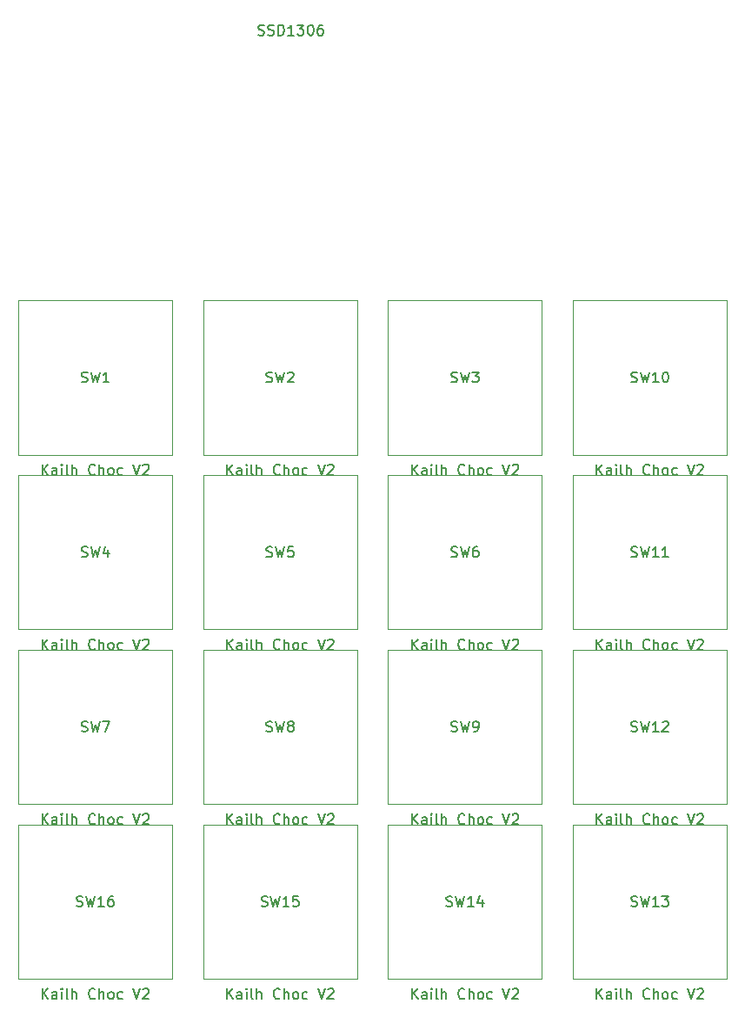
<source format=gbr>
G04 #@! TF.GenerationSoftware,KiCad,Pcbnew,8.0.6*
G04 #@! TF.CreationDate,2024-10-20T21:42:17+02:00*
G04 #@! TF.ProjectId,macropad,6d616372-6f70-4616-942e-6b696361645f,v7.6*
G04 #@! TF.SameCoordinates,Original*
G04 #@! TF.FileFunction,AssemblyDrawing,Top*
%FSLAX46Y46*%
G04 Gerber Fmt 4.6, Leading zero omitted, Abs format (unit mm)*
G04 Created by KiCad (PCBNEW 8.0.6) date 2024-10-20 21:42:17*
%MOMM*%
%LPD*%
G01*
G04 APERTURE LIST*
%ADD10C,0.150000*%
%ADD11C,0.100000*%
G04 APERTURE END LIST*
D10*
X8083333Y-65204819D02*
X8083333Y-64204819D01*
X8654761Y-65204819D02*
X8226190Y-64633390D01*
X8654761Y-64204819D02*
X8083333Y-64776247D01*
X9511904Y-65204819D02*
X9511904Y-64681009D01*
X9511904Y-64681009D02*
X9464285Y-64585771D01*
X9464285Y-64585771D02*
X9369047Y-64538152D01*
X9369047Y-64538152D02*
X9178571Y-64538152D01*
X9178571Y-64538152D02*
X9083333Y-64585771D01*
X9511904Y-65157200D02*
X9416666Y-65204819D01*
X9416666Y-65204819D02*
X9178571Y-65204819D01*
X9178571Y-65204819D02*
X9083333Y-65157200D01*
X9083333Y-65157200D02*
X9035714Y-65061961D01*
X9035714Y-65061961D02*
X9035714Y-64966723D01*
X9035714Y-64966723D02*
X9083333Y-64871485D01*
X9083333Y-64871485D02*
X9178571Y-64823866D01*
X9178571Y-64823866D02*
X9416666Y-64823866D01*
X9416666Y-64823866D02*
X9511904Y-64776247D01*
X9988095Y-65204819D02*
X9988095Y-64538152D01*
X9988095Y-64204819D02*
X9940476Y-64252438D01*
X9940476Y-64252438D02*
X9988095Y-64300057D01*
X9988095Y-64300057D02*
X10035714Y-64252438D01*
X10035714Y-64252438D02*
X9988095Y-64204819D01*
X9988095Y-64204819D02*
X9988095Y-64300057D01*
X10607142Y-65204819D02*
X10511904Y-65157200D01*
X10511904Y-65157200D02*
X10464285Y-65061961D01*
X10464285Y-65061961D02*
X10464285Y-64204819D01*
X10988095Y-65204819D02*
X10988095Y-64204819D01*
X11416666Y-65204819D02*
X11416666Y-64681009D01*
X11416666Y-64681009D02*
X11369047Y-64585771D01*
X11369047Y-64585771D02*
X11273809Y-64538152D01*
X11273809Y-64538152D02*
X11130952Y-64538152D01*
X11130952Y-64538152D02*
X11035714Y-64585771D01*
X11035714Y-64585771D02*
X10988095Y-64633390D01*
X13226190Y-65109580D02*
X13178571Y-65157200D01*
X13178571Y-65157200D02*
X13035714Y-65204819D01*
X13035714Y-65204819D02*
X12940476Y-65204819D01*
X12940476Y-65204819D02*
X12797619Y-65157200D01*
X12797619Y-65157200D02*
X12702381Y-65061961D01*
X12702381Y-65061961D02*
X12654762Y-64966723D01*
X12654762Y-64966723D02*
X12607143Y-64776247D01*
X12607143Y-64776247D02*
X12607143Y-64633390D01*
X12607143Y-64633390D02*
X12654762Y-64442914D01*
X12654762Y-64442914D02*
X12702381Y-64347676D01*
X12702381Y-64347676D02*
X12797619Y-64252438D01*
X12797619Y-64252438D02*
X12940476Y-64204819D01*
X12940476Y-64204819D02*
X13035714Y-64204819D01*
X13035714Y-64204819D02*
X13178571Y-64252438D01*
X13178571Y-64252438D02*
X13226190Y-64300057D01*
X13654762Y-65204819D02*
X13654762Y-64204819D01*
X14083333Y-65204819D02*
X14083333Y-64681009D01*
X14083333Y-64681009D02*
X14035714Y-64585771D01*
X14035714Y-64585771D02*
X13940476Y-64538152D01*
X13940476Y-64538152D02*
X13797619Y-64538152D01*
X13797619Y-64538152D02*
X13702381Y-64585771D01*
X13702381Y-64585771D02*
X13654762Y-64633390D01*
X14702381Y-65204819D02*
X14607143Y-65157200D01*
X14607143Y-65157200D02*
X14559524Y-65109580D01*
X14559524Y-65109580D02*
X14511905Y-65014342D01*
X14511905Y-65014342D02*
X14511905Y-64728628D01*
X14511905Y-64728628D02*
X14559524Y-64633390D01*
X14559524Y-64633390D02*
X14607143Y-64585771D01*
X14607143Y-64585771D02*
X14702381Y-64538152D01*
X14702381Y-64538152D02*
X14845238Y-64538152D01*
X14845238Y-64538152D02*
X14940476Y-64585771D01*
X14940476Y-64585771D02*
X14988095Y-64633390D01*
X14988095Y-64633390D02*
X15035714Y-64728628D01*
X15035714Y-64728628D02*
X15035714Y-65014342D01*
X15035714Y-65014342D02*
X14988095Y-65109580D01*
X14988095Y-65109580D02*
X14940476Y-65157200D01*
X14940476Y-65157200D02*
X14845238Y-65204819D01*
X14845238Y-65204819D02*
X14702381Y-65204819D01*
X15892857Y-65157200D02*
X15797619Y-65204819D01*
X15797619Y-65204819D02*
X15607143Y-65204819D01*
X15607143Y-65204819D02*
X15511905Y-65157200D01*
X15511905Y-65157200D02*
X15464286Y-65109580D01*
X15464286Y-65109580D02*
X15416667Y-65014342D01*
X15416667Y-65014342D02*
X15416667Y-64728628D01*
X15416667Y-64728628D02*
X15464286Y-64633390D01*
X15464286Y-64633390D02*
X15511905Y-64585771D01*
X15511905Y-64585771D02*
X15607143Y-64538152D01*
X15607143Y-64538152D02*
X15797619Y-64538152D01*
X15797619Y-64538152D02*
X15892857Y-64585771D01*
X16940477Y-64204819D02*
X17273810Y-65204819D01*
X17273810Y-65204819D02*
X17607143Y-64204819D01*
X17892858Y-64300057D02*
X17940477Y-64252438D01*
X17940477Y-64252438D02*
X18035715Y-64204819D01*
X18035715Y-64204819D02*
X18273810Y-64204819D01*
X18273810Y-64204819D02*
X18369048Y-64252438D01*
X18369048Y-64252438D02*
X18416667Y-64300057D01*
X18416667Y-64300057D02*
X18464286Y-64395295D01*
X18464286Y-64395295D02*
X18464286Y-64490533D01*
X18464286Y-64490533D02*
X18416667Y-64633390D01*
X18416667Y-64633390D02*
X17845239Y-65204819D01*
X17845239Y-65204819D02*
X18464286Y-65204819D01*
X11916667Y-56157200D02*
X12059524Y-56204819D01*
X12059524Y-56204819D02*
X12297619Y-56204819D01*
X12297619Y-56204819D02*
X12392857Y-56157200D01*
X12392857Y-56157200D02*
X12440476Y-56109580D01*
X12440476Y-56109580D02*
X12488095Y-56014342D01*
X12488095Y-56014342D02*
X12488095Y-55919104D01*
X12488095Y-55919104D02*
X12440476Y-55823866D01*
X12440476Y-55823866D02*
X12392857Y-55776247D01*
X12392857Y-55776247D02*
X12297619Y-55728628D01*
X12297619Y-55728628D02*
X12107143Y-55681009D01*
X12107143Y-55681009D02*
X12011905Y-55633390D01*
X12011905Y-55633390D02*
X11964286Y-55585771D01*
X11964286Y-55585771D02*
X11916667Y-55490533D01*
X11916667Y-55490533D02*
X11916667Y-55395295D01*
X11916667Y-55395295D02*
X11964286Y-55300057D01*
X11964286Y-55300057D02*
X12011905Y-55252438D01*
X12011905Y-55252438D02*
X12107143Y-55204819D01*
X12107143Y-55204819D02*
X12345238Y-55204819D01*
X12345238Y-55204819D02*
X12488095Y-55252438D01*
X12821429Y-55204819D02*
X13059524Y-56204819D01*
X13059524Y-56204819D02*
X13250000Y-55490533D01*
X13250000Y-55490533D02*
X13440476Y-56204819D01*
X13440476Y-56204819D02*
X13678572Y-55204819D01*
X14488095Y-55538152D02*
X14488095Y-56204819D01*
X14250000Y-55157200D02*
X14011905Y-55871485D01*
X14011905Y-55871485D02*
X14630952Y-55871485D01*
X44083333Y-99204819D02*
X44083333Y-98204819D01*
X44654761Y-99204819D02*
X44226190Y-98633390D01*
X44654761Y-98204819D02*
X44083333Y-98776247D01*
X45511904Y-99204819D02*
X45511904Y-98681009D01*
X45511904Y-98681009D02*
X45464285Y-98585771D01*
X45464285Y-98585771D02*
X45369047Y-98538152D01*
X45369047Y-98538152D02*
X45178571Y-98538152D01*
X45178571Y-98538152D02*
X45083333Y-98585771D01*
X45511904Y-99157200D02*
X45416666Y-99204819D01*
X45416666Y-99204819D02*
X45178571Y-99204819D01*
X45178571Y-99204819D02*
X45083333Y-99157200D01*
X45083333Y-99157200D02*
X45035714Y-99061961D01*
X45035714Y-99061961D02*
X45035714Y-98966723D01*
X45035714Y-98966723D02*
X45083333Y-98871485D01*
X45083333Y-98871485D02*
X45178571Y-98823866D01*
X45178571Y-98823866D02*
X45416666Y-98823866D01*
X45416666Y-98823866D02*
X45511904Y-98776247D01*
X45988095Y-99204819D02*
X45988095Y-98538152D01*
X45988095Y-98204819D02*
X45940476Y-98252438D01*
X45940476Y-98252438D02*
X45988095Y-98300057D01*
X45988095Y-98300057D02*
X46035714Y-98252438D01*
X46035714Y-98252438D02*
X45988095Y-98204819D01*
X45988095Y-98204819D02*
X45988095Y-98300057D01*
X46607142Y-99204819D02*
X46511904Y-99157200D01*
X46511904Y-99157200D02*
X46464285Y-99061961D01*
X46464285Y-99061961D02*
X46464285Y-98204819D01*
X46988095Y-99204819D02*
X46988095Y-98204819D01*
X47416666Y-99204819D02*
X47416666Y-98681009D01*
X47416666Y-98681009D02*
X47369047Y-98585771D01*
X47369047Y-98585771D02*
X47273809Y-98538152D01*
X47273809Y-98538152D02*
X47130952Y-98538152D01*
X47130952Y-98538152D02*
X47035714Y-98585771D01*
X47035714Y-98585771D02*
X46988095Y-98633390D01*
X49226190Y-99109580D02*
X49178571Y-99157200D01*
X49178571Y-99157200D02*
X49035714Y-99204819D01*
X49035714Y-99204819D02*
X48940476Y-99204819D01*
X48940476Y-99204819D02*
X48797619Y-99157200D01*
X48797619Y-99157200D02*
X48702381Y-99061961D01*
X48702381Y-99061961D02*
X48654762Y-98966723D01*
X48654762Y-98966723D02*
X48607143Y-98776247D01*
X48607143Y-98776247D02*
X48607143Y-98633390D01*
X48607143Y-98633390D02*
X48654762Y-98442914D01*
X48654762Y-98442914D02*
X48702381Y-98347676D01*
X48702381Y-98347676D02*
X48797619Y-98252438D01*
X48797619Y-98252438D02*
X48940476Y-98204819D01*
X48940476Y-98204819D02*
X49035714Y-98204819D01*
X49035714Y-98204819D02*
X49178571Y-98252438D01*
X49178571Y-98252438D02*
X49226190Y-98300057D01*
X49654762Y-99204819D02*
X49654762Y-98204819D01*
X50083333Y-99204819D02*
X50083333Y-98681009D01*
X50083333Y-98681009D02*
X50035714Y-98585771D01*
X50035714Y-98585771D02*
X49940476Y-98538152D01*
X49940476Y-98538152D02*
X49797619Y-98538152D01*
X49797619Y-98538152D02*
X49702381Y-98585771D01*
X49702381Y-98585771D02*
X49654762Y-98633390D01*
X50702381Y-99204819D02*
X50607143Y-99157200D01*
X50607143Y-99157200D02*
X50559524Y-99109580D01*
X50559524Y-99109580D02*
X50511905Y-99014342D01*
X50511905Y-99014342D02*
X50511905Y-98728628D01*
X50511905Y-98728628D02*
X50559524Y-98633390D01*
X50559524Y-98633390D02*
X50607143Y-98585771D01*
X50607143Y-98585771D02*
X50702381Y-98538152D01*
X50702381Y-98538152D02*
X50845238Y-98538152D01*
X50845238Y-98538152D02*
X50940476Y-98585771D01*
X50940476Y-98585771D02*
X50988095Y-98633390D01*
X50988095Y-98633390D02*
X51035714Y-98728628D01*
X51035714Y-98728628D02*
X51035714Y-99014342D01*
X51035714Y-99014342D02*
X50988095Y-99109580D01*
X50988095Y-99109580D02*
X50940476Y-99157200D01*
X50940476Y-99157200D02*
X50845238Y-99204819D01*
X50845238Y-99204819D02*
X50702381Y-99204819D01*
X51892857Y-99157200D02*
X51797619Y-99204819D01*
X51797619Y-99204819D02*
X51607143Y-99204819D01*
X51607143Y-99204819D02*
X51511905Y-99157200D01*
X51511905Y-99157200D02*
X51464286Y-99109580D01*
X51464286Y-99109580D02*
X51416667Y-99014342D01*
X51416667Y-99014342D02*
X51416667Y-98728628D01*
X51416667Y-98728628D02*
X51464286Y-98633390D01*
X51464286Y-98633390D02*
X51511905Y-98585771D01*
X51511905Y-98585771D02*
X51607143Y-98538152D01*
X51607143Y-98538152D02*
X51797619Y-98538152D01*
X51797619Y-98538152D02*
X51892857Y-98585771D01*
X52940477Y-98204819D02*
X53273810Y-99204819D01*
X53273810Y-99204819D02*
X53607143Y-98204819D01*
X53892858Y-98300057D02*
X53940477Y-98252438D01*
X53940477Y-98252438D02*
X54035715Y-98204819D01*
X54035715Y-98204819D02*
X54273810Y-98204819D01*
X54273810Y-98204819D02*
X54369048Y-98252438D01*
X54369048Y-98252438D02*
X54416667Y-98300057D01*
X54416667Y-98300057D02*
X54464286Y-98395295D01*
X54464286Y-98395295D02*
X54464286Y-98490533D01*
X54464286Y-98490533D02*
X54416667Y-98633390D01*
X54416667Y-98633390D02*
X53845239Y-99204819D01*
X53845239Y-99204819D02*
X54464286Y-99204819D01*
X47440476Y-90157200D02*
X47583333Y-90204819D01*
X47583333Y-90204819D02*
X47821428Y-90204819D01*
X47821428Y-90204819D02*
X47916666Y-90157200D01*
X47916666Y-90157200D02*
X47964285Y-90109580D01*
X47964285Y-90109580D02*
X48011904Y-90014342D01*
X48011904Y-90014342D02*
X48011904Y-89919104D01*
X48011904Y-89919104D02*
X47964285Y-89823866D01*
X47964285Y-89823866D02*
X47916666Y-89776247D01*
X47916666Y-89776247D02*
X47821428Y-89728628D01*
X47821428Y-89728628D02*
X47630952Y-89681009D01*
X47630952Y-89681009D02*
X47535714Y-89633390D01*
X47535714Y-89633390D02*
X47488095Y-89585771D01*
X47488095Y-89585771D02*
X47440476Y-89490533D01*
X47440476Y-89490533D02*
X47440476Y-89395295D01*
X47440476Y-89395295D02*
X47488095Y-89300057D01*
X47488095Y-89300057D02*
X47535714Y-89252438D01*
X47535714Y-89252438D02*
X47630952Y-89204819D01*
X47630952Y-89204819D02*
X47869047Y-89204819D01*
X47869047Y-89204819D02*
X48011904Y-89252438D01*
X48345238Y-89204819D02*
X48583333Y-90204819D01*
X48583333Y-90204819D02*
X48773809Y-89490533D01*
X48773809Y-89490533D02*
X48964285Y-90204819D01*
X48964285Y-90204819D02*
X49202381Y-89204819D01*
X50107142Y-90204819D02*
X49535714Y-90204819D01*
X49821428Y-90204819D02*
X49821428Y-89204819D01*
X49821428Y-89204819D02*
X49726190Y-89347676D01*
X49726190Y-89347676D02*
X49630952Y-89442914D01*
X49630952Y-89442914D02*
X49535714Y-89490533D01*
X50964285Y-89538152D02*
X50964285Y-90204819D01*
X50726190Y-89157200D02*
X50488095Y-89871485D01*
X50488095Y-89871485D02*
X51107142Y-89871485D01*
X8083333Y-48204819D02*
X8083333Y-47204819D01*
X8654761Y-48204819D02*
X8226190Y-47633390D01*
X8654761Y-47204819D02*
X8083333Y-47776247D01*
X9511904Y-48204819D02*
X9511904Y-47681009D01*
X9511904Y-47681009D02*
X9464285Y-47585771D01*
X9464285Y-47585771D02*
X9369047Y-47538152D01*
X9369047Y-47538152D02*
X9178571Y-47538152D01*
X9178571Y-47538152D02*
X9083333Y-47585771D01*
X9511904Y-48157200D02*
X9416666Y-48204819D01*
X9416666Y-48204819D02*
X9178571Y-48204819D01*
X9178571Y-48204819D02*
X9083333Y-48157200D01*
X9083333Y-48157200D02*
X9035714Y-48061961D01*
X9035714Y-48061961D02*
X9035714Y-47966723D01*
X9035714Y-47966723D02*
X9083333Y-47871485D01*
X9083333Y-47871485D02*
X9178571Y-47823866D01*
X9178571Y-47823866D02*
X9416666Y-47823866D01*
X9416666Y-47823866D02*
X9511904Y-47776247D01*
X9988095Y-48204819D02*
X9988095Y-47538152D01*
X9988095Y-47204819D02*
X9940476Y-47252438D01*
X9940476Y-47252438D02*
X9988095Y-47300057D01*
X9988095Y-47300057D02*
X10035714Y-47252438D01*
X10035714Y-47252438D02*
X9988095Y-47204819D01*
X9988095Y-47204819D02*
X9988095Y-47300057D01*
X10607142Y-48204819D02*
X10511904Y-48157200D01*
X10511904Y-48157200D02*
X10464285Y-48061961D01*
X10464285Y-48061961D02*
X10464285Y-47204819D01*
X10988095Y-48204819D02*
X10988095Y-47204819D01*
X11416666Y-48204819D02*
X11416666Y-47681009D01*
X11416666Y-47681009D02*
X11369047Y-47585771D01*
X11369047Y-47585771D02*
X11273809Y-47538152D01*
X11273809Y-47538152D02*
X11130952Y-47538152D01*
X11130952Y-47538152D02*
X11035714Y-47585771D01*
X11035714Y-47585771D02*
X10988095Y-47633390D01*
X13226190Y-48109580D02*
X13178571Y-48157200D01*
X13178571Y-48157200D02*
X13035714Y-48204819D01*
X13035714Y-48204819D02*
X12940476Y-48204819D01*
X12940476Y-48204819D02*
X12797619Y-48157200D01*
X12797619Y-48157200D02*
X12702381Y-48061961D01*
X12702381Y-48061961D02*
X12654762Y-47966723D01*
X12654762Y-47966723D02*
X12607143Y-47776247D01*
X12607143Y-47776247D02*
X12607143Y-47633390D01*
X12607143Y-47633390D02*
X12654762Y-47442914D01*
X12654762Y-47442914D02*
X12702381Y-47347676D01*
X12702381Y-47347676D02*
X12797619Y-47252438D01*
X12797619Y-47252438D02*
X12940476Y-47204819D01*
X12940476Y-47204819D02*
X13035714Y-47204819D01*
X13035714Y-47204819D02*
X13178571Y-47252438D01*
X13178571Y-47252438D02*
X13226190Y-47300057D01*
X13654762Y-48204819D02*
X13654762Y-47204819D01*
X14083333Y-48204819D02*
X14083333Y-47681009D01*
X14083333Y-47681009D02*
X14035714Y-47585771D01*
X14035714Y-47585771D02*
X13940476Y-47538152D01*
X13940476Y-47538152D02*
X13797619Y-47538152D01*
X13797619Y-47538152D02*
X13702381Y-47585771D01*
X13702381Y-47585771D02*
X13654762Y-47633390D01*
X14702381Y-48204819D02*
X14607143Y-48157200D01*
X14607143Y-48157200D02*
X14559524Y-48109580D01*
X14559524Y-48109580D02*
X14511905Y-48014342D01*
X14511905Y-48014342D02*
X14511905Y-47728628D01*
X14511905Y-47728628D02*
X14559524Y-47633390D01*
X14559524Y-47633390D02*
X14607143Y-47585771D01*
X14607143Y-47585771D02*
X14702381Y-47538152D01*
X14702381Y-47538152D02*
X14845238Y-47538152D01*
X14845238Y-47538152D02*
X14940476Y-47585771D01*
X14940476Y-47585771D02*
X14988095Y-47633390D01*
X14988095Y-47633390D02*
X15035714Y-47728628D01*
X15035714Y-47728628D02*
X15035714Y-48014342D01*
X15035714Y-48014342D02*
X14988095Y-48109580D01*
X14988095Y-48109580D02*
X14940476Y-48157200D01*
X14940476Y-48157200D02*
X14845238Y-48204819D01*
X14845238Y-48204819D02*
X14702381Y-48204819D01*
X15892857Y-48157200D02*
X15797619Y-48204819D01*
X15797619Y-48204819D02*
X15607143Y-48204819D01*
X15607143Y-48204819D02*
X15511905Y-48157200D01*
X15511905Y-48157200D02*
X15464286Y-48109580D01*
X15464286Y-48109580D02*
X15416667Y-48014342D01*
X15416667Y-48014342D02*
X15416667Y-47728628D01*
X15416667Y-47728628D02*
X15464286Y-47633390D01*
X15464286Y-47633390D02*
X15511905Y-47585771D01*
X15511905Y-47585771D02*
X15607143Y-47538152D01*
X15607143Y-47538152D02*
X15797619Y-47538152D01*
X15797619Y-47538152D02*
X15892857Y-47585771D01*
X16940477Y-47204819D02*
X17273810Y-48204819D01*
X17273810Y-48204819D02*
X17607143Y-47204819D01*
X17892858Y-47300057D02*
X17940477Y-47252438D01*
X17940477Y-47252438D02*
X18035715Y-47204819D01*
X18035715Y-47204819D02*
X18273810Y-47204819D01*
X18273810Y-47204819D02*
X18369048Y-47252438D01*
X18369048Y-47252438D02*
X18416667Y-47300057D01*
X18416667Y-47300057D02*
X18464286Y-47395295D01*
X18464286Y-47395295D02*
X18464286Y-47490533D01*
X18464286Y-47490533D02*
X18416667Y-47633390D01*
X18416667Y-47633390D02*
X17845239Y-48204819D01*
X17845239Y-48204819D02*
X18464286Y-48204819D01*
X11916667Y-39157200D02*
X12059524Y-39204819D01*
X12059524Y-39204819D02*
X12297619Y-39204819D01*
X12297619Y-39204819D02*
X12392857Y-39157200D01*
X12392857Y-39157200D02*
X12440476Y-39109580D01*
X12440476Y-39109580D02*
X12488095Y-39014342D01*
X12488095Y-39014342D02*
X12488095Y-38919104D01*
X12488095Y-38919104D02*
X12440476Y-38823866D01*
X12440476Y-38823866D02*
X12392857Y-38776247D01*
X12392857Y-38776247D02*
X12297619Y-38728628D01*
X12297619Y-38728628D02*
X12107143Y-38681009D01*
X12107143Y-38681009D02*
X12011905Y-38633390D01*
X12011905Y-38633390D02*
X11964286Y-38585771D01*
X11964286Y-38585771D02*
X11916667Y-38490533D01*
X11916667Y-38490533D02*
X11916667Y-38395295D01*
X11916667Y-38395295D02*
X11964286Y-38300057D01*
X11964286Y-38300057D02*
X12011905Y-38252438D01*
X12011905Y-38252438D02*
X12107143Y-38204819D01*
X12107143Y-38204819D02*
X12345238Y-38204819D01*
X12345238Y-38204819D02*
X12488095Y-38252438D01*
X12821429Y-38204819D02*
X13059524Y-39204819D01*
X13059524Y-39204819D02*
X13250000Y-38490533D01*
X13250000Y-38490533D02*
X13440476Y-39204819D01*
X13440476Y-39204819D02*
X13678572Y-38204819D01*
X14583333Y-39204819D02*
X14011905Y-39204819D01*
X14297619Y-39204819D02*
X14297619Y-38204819D01*
X14297619Y-38204819D02*
X14202381Y-38347676D01*
X14202381Y-38347676D02*
X14107143Y-38442914D01*
X14107143Y-38442914D02*
X14011905Y-38490533D01*
X26083333Y-82204819D02*
X26083333Y-81204819D01*
X26654761Y-82204819D02*
X26226190Y-81633390D01*
X26654761Y-81204819D02*
X26083333Y-81776247D01*
X27511904Y-82204819D02*
X27511904Y-81681009D01*
X27511904Y-81681009D02*
X27464285Y-81585771D01*
X27464285Y-81585771D02*
X27369047Y-81538152D01*
X27369047Y-81538152D02*
X27178571Y-81538152D01*
X27178571Y-81538152D02*
X27083333Y-81585771D01*
X27511904Y-82157200D02*
X27416666Y-82204819D01*
X27416666Y-82204819D02*
X27178571Y-82204819D01*
X27178571Y-82204819D02*
X27083333Y-82157200D01*
X27083333Y-82157200D02*
X27035714Y-82061961D01*
X27035714Y-82061961D02*
X27035714Y-81966723D01*
X27035714Y-81966723D02*
X27083333Y-81871485D01*
X27083333Y-81871485D02*
X27178571Y-81823866D01*
X27178571Y-81823866D02*
X27416666Y-81823866D01*
X27416666Y-81823866D02*
X27511904Y-81776247D01*
X27988095Y-82204819D02*
X27988095Y-81538152D01*
X27988095Y-81204819D02*
X27940476Y-81252438D01*
X27940476Y-81252438D02*
X27988095Y-81300057D01*
X27988095Y-81300057D02*
X28035714Y-81252438D01*
X28035714Y-81252438D02*
X27988095Y-81204819D01*
X27988095Y-81204819D02*
X27988095Y-81300057D01*
X28607142Y-82204819D02*
X28511904Y-82157200D01*
X28511904Y-82157200D02*
X28464285Y-82061961D01*
X28464285Y-82061961D02*
X28464285Y-81204819D01*
X28988095Y-82204819D02*
X28988095Y-81204819D01*
X29416666Y-82204819D02*
X29416666Y-81681009D01*
X29416666Y-81681009D02*
X29369047Y-81585771D01*
X29369047Y-81585771D02*
X29273809Y-81538152D01*
X29273809Y-81538152D02*
X29130952Y-81538152D01*
X29130952Y-81538152D02*
X29035714Y-81585771D01*
X29035714Y-81585771D02*
X28988095Y-81633390D01*
X31226190Y-82109580D02*
X31178571Y-82157200D01*
X31178571Y-82157200D02*
X31035714Y-82204819D01*
X31035714Y-82204819D02*
X30940476Y-82204819D01*
X30940476Y-82204819D02*
X30797619Y-82157200D01*
X30797619Y-82157200D02*
X30702381Y-82061961D01*
X30702381Y-82061961D02*
X30654762Y-81966723D01*
X30654762Y-81966723D02*
X30607143Y-81776247D01*
X30607143Y-81776247D02*
X30607143Y-81633390D01*
X30607143Y-81633390D02*
X30654762Y-81442914D01*
X30654762Y-81442914D02*
X30702381Y-81347676D01*
X30702381Y-81347676D02*
X30797619Y-81252438D01*
X30797619Y-81252438D02*
X30940476Y-81204819D01*
X30940476Y-81204819D02*
X31035714Y-81204819D01*
X31035714Y-81204819D02*
X31178571Y-81252438D01*
X31178571Y-81252438D02*
X31226190Y-81300057D01*
X31654762Y-82204819D02*
X31654762Y-81204819D01*
X32083333Y-82204819D02*
X32083333Y-81681009D01*
X32083333Y-81681009D02*
X32035714Y-81585771D01*
X32035714Y-81585771D02*
X31940476Y-81538152D01*
X31940476Y-81538152D02*
X31797619Y-81538152D01*
X31797619Y-81538152D02*
X31702381Y-81585771D01*
X31702381Y-81585771D02*
X31654762Y-81633390D01*
X32702381Y-82204819D02*
X32607143Y-82157200D01*
X32607143Y-82157200D02*
X32559524Y-82109580D01*
X32559524Y-82109580D02*
X32511905Y-82014342D01*
X32511905Y-82014342D02*
X32511905Y-81728628D01*
X32511905Y-81728628D02*
X32559524Y-81633390D01*
X32559524Y-81633390D02*
X32607143Y-81585771D01*
X32607143Y-81585771D02*
X32702381Y-81538152D01*
X32702381Y-81538152D02*
X32845238Y-81538152D01*
X32845238Y-81538152D02*
X32940476Y-81585771D01*
X32940476Y-81585771D02*
X32988095Y-81633390D01*
X32988095Y-81633390D02*
X33035714Y-81728628D01*
X33035714Y-81728628D02*
X33035714Y-82014342D01*
X33035714Y-82014342D02*
X32988095Y-82109580D01*
X32988095Y-82109580D02*
X32940476Y-82157200D01*
X32940476Y-82157200D02*
X32845238Y-82204819D01*
X32845238Y-82204819D02*
X32702381Y-82204819D01*
X33892857Y-82157200D02*
X33797619Y-82204819D01*
X33797619Y-82204819D02*
X33607143Y-82204819D01*
X33607143Y-82204819D02*
X33511905Y-82157200D01*
X33511905Y-82157200D02*
X33464286Y-82109580D01*
X33464286Y-82109580D02*
X33416667Y-82014342D01*
X33416667Y-82014342D02*
X33416667Y-81728628D01*
X33416667Y-81728628D02*
X33464286Y-81633390D01*
X33464286Y-81633390D02*
X33511905Y-81585771D01*
X33511905Y-81585771D02*
X33607143Y-81538152D01*
X33607143Y-81538152D02*
X33797619Y-81538152D01*
X33797619Y-81538152D02*
X33892857Y-81585771D01*
X34940477Y-81204819D02*
X35273810Y-82204819D01*
X35273810Y-82204819D02*
X35607143Y-81204819D01*
X35892858Y-81300057D02*
X35940477Y-81252438D01*
X35940477Y-81252438D02*
X36035715Y-81204819D01*
X36035715Y-81204819D02*
X36273810Y-81204819D01*
X36273810Y-81204819D02*
X36369048Y-81252438D01*
X36369048Y-81252438D02*
X36416667Y-81300057D01*
X36416667Y-81300057D02*
X36464286Y-81395295D01*
X36464286Y-81395295D02*
X36464286Y-81490533D01*
X36464286Y-81490533D02*
X36416667Y-81633390D01*
X36416667Y-81633390D02*
X35845239Y-82204819D01*
X35845239Y-82204819D02*
X36464286Y-82204819D01*
X29916667Y-73157200D02*
X30059524Y-73204819D01*
X30059524Y-73204819D02*
X30297619Y-73204819D01*
X30297619Y-73204819D02*
X30392857Y-73157200D01*
X30392857Y-73157200D02*
X30440476Y-73109580D01*
X30440476Y-73109580D02*
X30488095Y-73014342D01*
X30488095Y-73014342D02*
X30488095Y-72919104D01*
X30488095Y-72919104D02*
X30440476Y-72823866D01*
X30440476Y-72823866D02*
X30392857Y-72776247D01*
X30392857Y-72776247D02*
X30297619Y-72728628D01*
X30297619Y-72728628D02*
X30107143Y-72681009D01*
X30107143Y-72681009D02*
X30011905Y-72633390D01*
X30011905Y-72633390D02*
X29964286Y-72585771D01*
X29964286Y-72585771D02*
X29916667Y-72490533D01*
X29916667Y-72490533D02*
X29916667Y-72395295D01*
X29916667Y-72395295D02*
X29964286Y-72300057D01*
X29964286Y-72300057D02*
X30011905Y-72252438D01*
X30011905Y-72252438D02*
X30107143Y-72204819D01*
X30107143Y-72204819D02*
X30345238Y-72204819D01*
X30345238Y-72204819D02*
X30488095Y-72252438D01*
X30821429Y-72204819D02*
X31059524Y-73204819D01*
X31059524Y-73204819D02*
X31250000Y-72490533D01*
X31250000Y-72490533D02*
X31440476Y-73204819D01*
X31440476Y-73204819D02*
X31678572Y-72204819D01*
X32202381Y-72633390D02*
X32107143Y-72585771D01*
X32107143Y-72585771D02*
X32059524Y-72538152D01*
X32059524Y-72538152D02*
X32011905Y-72442914D01*
X32011905Y-72442914D02*
X32011905Y-72395295D01*
X32011905Y-72395295D02*
X32059524Y-72300057D01*
X32059524Y-72300057D02*
X32107143Y-72252438D01*
X32107143Y-72252438D02*
X32202381Y-72204819D01*
X32202381Y-72204819D02*
X32392857Y-72204819D01*
X32392857Y-72204819D02*
X32488095Y-72252438D01*
X32488095Y-72252438D02*
X32535714Y-72300057D01*
X32535714Y-72300057D02*
X32583333Y-72395295D01*
X32583333Y-72395295D02*
X32583333Y-72442914D01*
X32583333Y-72442914D02*
X32535714Y-72538152D01*
X32535714Y-72538152D02*
X32488095Y-72585771D01*
X32488095Y-72585771D02*
X32392857Y-72633390D01*
X32392857Y-72633390D02*
X32202381Y-72633390D01*
X32202381Y-72633390D02*
X32107143Y-72681009D01*
X32107143Y-72681009D02*
X32059524Y-72728628D01*
X32059524Y-72728628D02*
X32011905Y-72823866D01*
X32011905Y-72823866D02*
X32011905Y-73014342D01*
X32011905Y-73014342D02*
X32059524Y-73109580D01*
X32059524Y-73109580D02*
X32107143Y-73157200D01*
X32107143Y-73157200D02*
X32202381Y-73204819D01*
X32202381Y-73204819D02*
X32392857Y-73204819D01*
X32392857Y-73204819D02*
X32488095Y-73157200D01*
X32488095Y-73157200D02*
X32535714Y-73109580D01*
X32535714Y-73109580D02*
X32583333Y-73014342D01*
X32583333Y-73014342D02*
X32583333Y-72823866D01*
X32583333Y-72823866D02*
X32535714Y-72728628D01*
X32535714Y-72728628D02*
X32488095Y-72681009D01*
X32488095Y-72681009D02*
X32392857Y-72633390D01*
X44083333Y-82204819D02*
X44083333Y-81204819D01*
X44654761Y-82204819D02*
X44226190Y-81633390D01*
X44654761Y-81204819D02*
X44083333Y-81776247D01*
X45511904Y-82204819D02*
X45511904Y-81681009D01*
X45511904Y-81681009D02*
X45464285Y-81585771D01*
X45464285Y-81585771D02*
X45369047Y-81538152D01*
X45369047Y-81538152D02*
X45178571Y-81538152D01*
X45178571Y-81538152D02*
X45083333Y-81585771D01*
X45511904Y-82157200D02*
X45416666Y-82204819D01*
X45416666Y-82204819D02*
X45178571Y-82204819D01*
X45178571Y-82204819D02*
X45083333Y-82157200D01*
X45083333Y-82157200D02*
X45035714Y-82061961D01*
X45035714Y-82061961D02*
X45035714Y-81966723D01*
X45035714Y-81966723D02*
X45083333Y-81871485D01*
X45083333Y-81871485D02*
X45178571Y-81823866D01*
X45178571Y-81823866D02*
X45416666Y-81823866D01*
X45416666Y-81823866D02*
X45511904Y-81776247D01*
X45988095Y-82204819D02*
X45988095Y-81538152D01*
X45988095Y-81204819D02*
X45940476Y-81252438D01*
X45940476Y-81252438D02*
X45988095Y-81300057D01*
X45988095Y-81300057D02*
X46035714Y-81252438D01*
X46035714Y-81252438D02*
X45988095Y-81204819D01*
X45988095Y-81204819D02*
X45988095Y-81300057D01*
X46607142Y-82204819D02*
X46511904Y-82157200D01*
X46511904Y-82157200D02*
X46464285Y-82061961D01*
X46464285Y-82061961D02*
X46464285Y-81204819D01*
X46988095Y-82204819D02*
X46988095Y-81204819D01*
X47416666Y-82204819D02*
X47416666Y-81681009D01*
X47416666Y-81681009D02*
X47369047Y-81585771D01*
X47369047Y-81585771D02*
X47273809Y-81538152D01*
X47273809Y-81538152D02*
X47130952Y-81538152D01*
X47130952Y-81538152D02*
X47035714Y-81585771D01*
X47035714Y-81585771D02*
X46988095Y-81633390D01*
X49226190Y-82109580D02*
X49178571Y-82157200D01*
X49178571Y-82157200D02*
X49035714Y-82204819D01*
X49035714Y-82204819D02*
X48940476Y-82204819D01*
X48940476Y-82204819D02*
X48797619Y-82157200D01*
X48797619Y-82157200D02*
X48702381Y-82061961D01*
X48702381Y-82061961D02*
X48654762Y-81966723D01*
X48654762Y-81966723D02*
X48607143Y-81776247D01*
X48607143Y-81776247D02*
X48607143Y-81633390D01*
X48607143Y-81633390D02*
X48654762Y-81442914D01*
X48654762Y-81442914D02*
X48702381Y-81347676D01*
X48702381Y-81347676D02*
X48797619Y-81252438D01*
X48797619Y-81252438D02*
X48940476Y-81204819D01*
X48940476Y-81204819D02*
X49035714Y-81204819D01*
X49035714Y-81204819D02*
X49178571Y-81252438D01*
X49178571Y-81252438D02*
X49226190Y-81300057D01*
X49654762Y-82204819D02*
X49654762Y-81204819D01*
X50083333Y-82204819D02*
X50083333Y-81681009D01*
X50083333Y-81681009D02*
X50035714Y-81585771D01*
X50035714Y-81585771D02*
X49940476Y-81538152D01*
X49940476Y-81538152D02*
X49797619Y-81538152D01*
X49797619Y-81538152D02*
X49702381Y-81585771D01*
X49702381Y-81585771D02*
X49654762Y-81633390D01*
X50702381Y-82204819D02*
X50607143Y-82157200D01*
X50607143Y-82157200D02*
X50559524Y-82109580D01*
X50559524Y-82109580D02*
X50511905Y-82014342D01*
X50511905Y-82014342D02*
X50511905Y-81728628D01*
X50511905Y-81728628D02*
X50559524Y-81633390D01*
X50559524Y-81633390D02*
X50607143Y-81585771D01*
X50607143Y-81585771D02*
X50702381Y-81538152D01*
X50702381Y-81538152D02*
X50845238Y-81538152D01*
X50845238Y-81538152D02*
X50940476Y-81585771D01*
X50940476Y-81585771D02*
X50988095Y-81633390D01*
X50988095Y-81633390D02*
X51035714Y-81728628D01*
X51035714Y-81728628D02*
X51035714Y-82014342D01*
X51035714Y-82014342D02*
X50988095Y-82109580D01*
X50988095Y-82109580D02*
X50940476Y-82157200D01*
X50940476Y-82157200D02*
X50845238Y-82204819D01*
X50845238Y-82204819D02*
X50702381Y-82204819D01*
X51892857Y-82157200D02*
X51797619Y-82204819D01*
X51797619Y-82204819D02*
X51607143Y-82204819D01*
X51607143Y-82204819D02*
X51511905Y-82157200D01*
X51511905Y-82157200D02*
X51464286Y-82109580D01*
X51464286Y-82109580D02*
X51416667Y-82014342D01*
X51416667Y-82014342D02*
X51416667Y-81728628D01*
X51416667Y-81728628D02*
X51464286Y-81633390D01*
X51464286Y-81633390D02*
X51511905Y-81585771D01*
X51511905Y-81585771D02*
X51607143Y-81538152D01*
X51607143Y-81538152D02*
X51797619Y-81538152D01*
X51797619Y-81538152D02*
X51892857Y-81585771D01*
X52940477Y-81204819D02*
X53273810Y-82204819D01*
X53273810Y-82204819D02*
X53607143Y-81204819D01*
X53892858Y-81300057D02*
X53940477Y-81252438D01*
X53940477Y-81252438D02*
X54035715Y-81204819D01*
X54035715Y-81204819D02*
X54273810Y-81204819D01*
X54273810Y-81204819D02*
X54369048Y-81252438D01*
X54369048Y-81252438D02*
X54416667Y-81300057D01*
X54416667Y-81300057D02*
X54464286Y-81395295D01*
X54464286Y-81395295D02*
X54464286Y-81490533D01*
X54464286Y-81490533D02*
X54416667Y-81633390D01*
X54416667Y-81633390D02*
X53845239Y-82204819D01*
X53845239Y-82204819D02*
X54464286Y-82204819D01*
X47916667Y-73157200D02*
X48059524Y-73204819D01*
X48059524Y-73204819D02*
X48297619Y-73204819D01*
X48297619Y-73204819D02*
X48392857Y-73157200D01*
X48392857Y-73157200D02*
X48440476Y-73109580D01*
X48440476Y-73109580D02*
X48488095Y-73014342D01*
X48488095Y-73014342D02*
X48488095Y-72919104D01*
X48488095Y-72919104D02*
X48440476Y-72823866D01*
X48440476Y-72823866D02*
X48392857Y-72776247D01*
X48392857Y-72776247D02*
X48297619Y-72728628D01*
X48297619Y-72728628D02*
X48107143Y-72681009D01*
X48107143Y-72681009D02*
X48011905Y-72633390D01*
X48011905Y-72633390D02*
X47964286Y-72585771D01*
X47964286Y-72585771D02*
X47916667Y-72490533D01*
X47916667Y-72490533D02*
X47916667Y-72395295D01*
X47916667Y-72395295D02*
X47964286Y-72300057D01*
X47964286Y-72300057D02*
X48011905Y-72252438D01*
X48011905Y-72252438D02*
X48107143Y-72204819D01*
X48107143Y-72204819D02*
X48345238Y-72204819D01*
X48345238Y-72204819D02*
X48488095Y-72252438D01*
X48821429Y-72204819D02*
X49059524Y-73204819D01*
X49059524Y-73204819D02*
X49250000Y-72490533D01*
X49250000Y-72490533D02*
X49440476Y-73204819D01*
X49440476Y-73204819D02*
X49678572Y-72204819D01*
X50107143Y-73204819D02*
X50297619Y-73204819D01*
X50297619Y-73204819D02*
X50392857Y-73157200D01*
X50392857Y-73157200D02*
X50440476Y-73109580D01*
X50440476Y-73109580D02*
X50535714Y-72966723D01*
X50535714Y-72966723D02*
X50583333Y-72776247D01*
X50583333Y-72776247D02*
X50583333Y-72395295D01*
X50583333Y-72395295D02*
X50535714Y-72300057D01*
X50535714Y-72300057D02*
X50488095Y-72252438D01*
X50488095Y-72252438D02*
X50392857Y-72204819D01*
X50392857Y-72204819D02*
X50202381Y-72204819D01*
X50202381Y-72204819D02*
X50107143Y-72252438D01*
X50107143Y-72252438D02*
X50059524Y-72300057D01*
X50059524Y-72300057D02*
X50011905Y-72395295D01*
X50011905Y-72395295D02*
X50011905Y-72633390D01*
X50011905Y-72633390D02*
X50059524Y-72728628D01*
X50059524Y-72728628D02*
X50107143Y-72776247D01*
X50107143Y-72776247D02*
X50202381Y-72823866D01*
X50202381Y-72823866D02*
X50392857Y-72823866D01*
X50392857Y-72823866D02*
X50488095Y-72776247D01*
X50488095Y-72776247D02*
X50535714Y-72728628D01*
X50535714Y-72728628D02*
X50583333Y-72633390D01*
X62083333Y-82204819D02*
X62083333Y-81204819D01*
X62654761Y-82204819D02*
X62226190Y-81633390D01*
X62654761Y-81204819D02*
X62083333Y-81776247D01*
X63511904Y-82204819D02*
X63511904Y-81681009D01*
X63511904Y-81681009D02*
X63464285Y-81585771D01*
X63464285Y-81585771D02*
X63369047Y-81538152D01*
X63369047Y-81538152D02*
X63178571Y-81538152D01*
X63178571Y-81538152D02*
X63083333Y-81585771D01*
X63511904Y-82157200D02*
X63416666Y-82204819D01*
X63416666Y-82204819D02*
X63178571Y-82204819D01*
X63178571Y-82204819D02*
X63083333Y-82157200D01*
X63083333Y-82157200D02*
X63035714Y-82061961D01*
X63035714Y-82061961D02*
X63035714Y-81966723D01*
X63035714Y-81966723D02*
X63083333Y-81871485D01*
X63083333Y-81871485D02*
X63178571Y-81823866D01*
X63178571Y-81823866D02*
X63416666Y-81823866D01*
X63416666Y-81823866D02*
X63511904Y-81776247D01*
X63988095Y-82204819D02*
X63988095Y-81538152D01*
X63988095Y-81204819D02*
X63940476Y-81252438D01*
X63940476Y-81252438D02*
X63988095Y-81300057D01*
X63988095Y-81300057D02*
X64035714Y-81252438D01*
X64035714Y-81252438D02*
X63988095Y-81204819D01*
X63988095Y-81204819D02*
X63988095Y-81300057D01*
X64607142Y-82204819D02*
X64511904Y-82157200D01*
X64511904Y-82157200D02*
X64464285Y-82061961D01*
X64464285Y-82061961D02*
X64464285Y-81204819D01*
X64988095Y-82204819D02*
X64988095Y-81204819D01*
X65416666Y-82204819D02*
X65416666Y-81681009D01*
X65416666Y-81681009D02*
X65369047Y-81585771D01*
X65369047Y-81585771D02*
X65273809Y-81538152D01*
X65273809Y-81538152D02*
X65130952Y-81538152D01*
X65130952Y-81538152D02*
X65035714Y-81585771D01*
X65035714Y-81585771D02*
X64988095Y-81633390D01*
X67226190Y-82109580D02*
X67178571Y-82157200D01*
X67178571Y-82157200D02*
X67035714Y-82204819D01*
X67035714Y-82204819D02*
X66940476Y-82204819D01*
X66940476Y-82204819D02*
X66797619Y-82157200D01*
X66797619Y-82157200D02*
X66702381Y-82061961D01*
X66702381Y-82061961D02*
X66654762Y-81966723D01*
X66654762Y-81966723D02*
X66607143Y-81776247D01*
X66607143Y-81776247D02*
X66607143Y-81633390D01*
X66607143Y-81633390D02*
X66654762Y-81442914D01*
X66654762Y-81442914D02*
X66702381Y-81347676D01*
X66702381Y-81347676D02*
X66797619Y-81252438D01*
X66797619Y-81252438D02*
X66940476Y-81204819D01*
X66940476Y-81204819D02*
X67035714Y-81204819D01*
X67035714Y-81204819D02*
X67178571Y-81252438D01*
X67178571Y-81252438D02*
X67226190Y-81300057D01*
X67654762Y-82204819D02*
X67654762Y-81204819D01*
X68083333Y-82204819D02*
X68083333Y-81681009D01*
X68083333Y-81681009D02*
X68035714Y-81585771D01*
X68035714Y-81585771D02*
X67940476Y-81538152D01*
X67940476Y-81538152D02*
X67797619Y-81538152D01*
X67797619Y-81538152D02*
X67702381Y-81585771D01*
X67702381Y-81585771D02*
X67654762Y-81633390D01*
X68702381Y-82204819D02*
X68607143Y-82157200D01*
X68607143Y-82157200D02*
X68559524Y-82109580D01*
X68559524Y-82109580D02*
X68511905Y-82014342D01*
X68511905Y-82014342D02*
X68511905Y-81728628D01*
X68511905Y-81728628D02*
X68559524Y-81633390D01*
X68559524Y-81633390D02*
X68607143Y-81585771D01*
X68607143Y-81585771D02*
X68702381Y-81538152D01*
X68702381Y-81538152D02*
X68845238Y-81538152D01*
X68845238Y-81538152D02*
X68940476Y-81585771D01*
X68940476Y-81585771D02*
X68988095Y-81633390D01*
X68988095Y-81633390D02*
X69035714Y-81728628D01*
X69035714Y-81728628D02*
X69035714Y-82014342D01*
X69035714Y-82014342D02*
X68988095Y-82109580D01*
X68988095Y-82109580D02*
X68940476Y-82157200D01*
X68940476Y-82157200D02*
X68845238Y-82204819D01*
X68845238Y-82204819D02*
X68702381Y-82204819D01*
X69892857Y-82157200D02*
X69797619Y-82204819D01*
X69797619Y-82204819D02*
X69607143Y-82204819D01*
X69607143Y-82204819D02*
X69511905Y-82157200D01*
X69511905Y-82157200D02*
X69464286Y-82109580D01*
X69464286Y-82109580D02*
X69416667Y-82014342D01*
X69416667Y-82014342D02*
X69416667Y-81728628D01*
X69416667Y-81728628D02*
X69464286Y-81633390D01*
X69464286Y-81633390D02*
X69511905Y-81585771D01*
X69511905Y-81585771D02*
X69607143Y-81538152D01*
X69607143Y-81538152D02*
X69797619Y-81538152D01*
X69797619Y-81538152D02*
X69892857Y-81585771D01*
X70940477Y-81204819D02*
X71273810Y-82204819D01*
X71273810Y-82204819D02*
X71607143Y-81204819D01*
X71892858Y-81300057D02*
X71940477Y-81252438D01*
X71940477Y-81252438D02*
X72035715Y-81204819D01*
X72035715Y-81204819D02*
X72273810Y-81204819D01*
X72273810Y-81204819D02*
X72369048Y-81252438D01*
X72369048Y-81252438D02*
X72416667Y-81300057D01*
X72416667Y-81300057D02*
X72464286Y-81395295D01*
X72464286Y-81395295D02*
X72464286Y-81490533D01*
X72464286Y-81490533D02*
X72416667Y-81633390D01*
X72416667Y-81633390D02*
X71845239Y-82204819D01*
X71845239Y-82204819D02*
X72464286Y-82204819D01*
X65440476Y-73157200D02*
X65583333Y-73204819D01*
X65583333Y-73204819D02*
X65821428Y-73204819D01*
X65821428Y-73204819D02*
X65916666Y-73157200D01*
X65916666Y-73157200D02*
X65964285Y-73109580D01*
X65964285Y-73109580D02*
X66011904Y-73014342D01*
X66011904Y-73014342D02*
X66011904Y-72919104D01*
X66011904Y-72919104D02*
X65964285Y-72823866D01*
X65964285Y-72823866D02*
X65916666Y-72776247D01*
X65916666Y-72776247D02*
X65821428Y-72728628D01*
X65821428Y-72728628D02*
X65630952Y-72681009D01*
X65630952Y-72681009D02*
X65535714Y-72633390D01*
X65535714Y-72633390D02*
X65488095Y-72585771D01*
X65488095Y-72585771D02*
X65440476Y-72490533D01*
X65440476Y-72490533D02*
X65440476Y-72395295D01*
X65440476Y-72395295D02*
X65488095Y-72300057D01*
X65488095Y-72300057D02*
X65535714Y-72252438D01*
X65535714Y-72252438D02*
X65630952Y-72204819D01*
X65630952Y-72204819D02*
X65869047Y-72204819D01*
X65869047Y-72204819D02*
X66011904Y-72252438D01*
X66345238Y-72204819D02*
X66583333Y-73204819D01*
X66583333Y-73204819D02*
X66773809Y-72490533D01*
X66773809Y-72490533D02*
X66964285Y-73204819D01*
X66964285Y-73204819D02*
X67202381Y-72204819D01*
X68107142Y-73204819D02*
X67535714Y-73204819D01*
X67821428Y-73204819D02*
X67821428Y-72204819D01*
X67821428Y-72204819D02*
X67726190Y-72347676D01*
X67726190Y-72347676D02*
X67630952Y-72442914D01*
X67630952Y-72442914D02*
X67535714Y-72490533D01*
X68488095Y-72300057D02*
X68535714Y-72252438D01*
X68535714Y-72252438D02*
X68630952Y-72204819D01*
X68630952Y-72204819D02*
X68869047Y-72204819D01*
X68869047Y-72204819D02*
X68964285Y-72252438D01*
X68964285Y-72252438D02*
X69011904Y-72300057D01*
X69011904Y-72300057D02*
X69059523Y-72395295D01*
X69059523Y-72395295D02*
X69059523Y-72490533D01*
X69059523Y-72490533D02*
X69011904Y-72633390D01*
X69011904Y-72633390D02*
X68440476Y-73204819D01*
X68440476Y-73204819D02*
X69059523Y-73204819D01*
X44083333Y-65204819D02*
X44083333Y-64204819D01*
X44654761Y-65204819D02*
X44226190Y-64633390D01*
X44654761Y-64204819D02*
X44083333Y-64776247D01*
X45511904Y-65204819D02*
X45511904Y-64681009D01*
X45511904Y-64681009D02*
X45464285Y-64585771D01*
X45464285Y-64585771D02*
X45369047Y-64538152D01*
X45369047Y-64538152D02*
X45178571Y-64538152D01*
X45178571Y-64538152D02*
X45083333Y-64585771D01*
X45511904Y-65157200D02*
X45416666Y-65204819D01*
X45416666Y-65204819D02*
X45178571Y-65204819D01*
X45178571Y-65204819D02*
X45083333Y-65157200D01*
X45083333Y-65157200D02*
X45035714Y-65061961D01*
X45035714Y-65061961D02*
X45035714Y-64966723D01*
X45035714Y-64966723D02*
X45083333Y-64871485D01*
X45083333Y-64871485D02*
X45178571Y-64823866D01*
X45178571Y-64823866D02*
X45416666Y-64823866D01*
X45416666Y-64823866D02*
X45511904Y-64776247D01*
X45988095Y-65204819D02*
X45988095Y-64538152D01*
X45988095Y-64204819D02*
X45940476Y-64252438D01*
X45940476Y-64252438D02*
X45988095Y-64300057D01*
X45988095Y-64300057D02*
X46035714Y-64252438D01*
X46035714Y-64252438D02*
X45988095Y-64204819D01*
X45988095Y-64204819D02*
X45988095Y-64300057D01*
X46607142Y-65204819D02*
X46511904Y-65157200D01*
X46511904Y-65157200D02*
X46464285Y-65061961D01*
X46464285Y-65061961D02*
X46464285Y-64204819D01*
X46988095Y-65204819D02*
X46988095Y-64204819D01*
X47416666Y-65204819D02*
X47416666Y-64681009D01*
X47416666Y-64681009D02*
X47369047Y-64585771D01*
X47369047Y-64585771D02*
X47273809Y-64538152D01*
X47273809Y-64538152D02*
X47130952Y-64538152D01*
X47130952Y-64538152D02*
X47035714Y-64585771D01*
X47035714Y-64585771D02*
X46988095Y-64633390D01*
X49226190Y-65109580D02*
X49178571Y-65157200D01*
X49178571Y-65157200D02*
X49035714Y-65204819D01*
X49035714Y-65204819D02*
X48940476Y-65204819D01*
X48940476Y-65204819D02*
X48797619Y-65157200D01*
X48797619Y-65157200D02*
X48702381Y-65061961D01*
X48702381Y-65061961D02*
X48654762Y-64966723D01*
X48654762Y-64966723D02*
X48607143Y-64776247D01*
X48607143Y-64776247D02*
X48607143Y-64633390D01*
X48607143Y-64633390D02*
X48654762Y-64442914D01*
X48654762Y-64442914D02*
X48702381Y-64347676D01*
X48702381Y-64347676D02*
X48797619Y-64252438D01*
X48797619Y-64252438D02*
X48940476Y-64204819D01*
X48940476Y-64204819D02*
X49035714Y-64204819D01*
X49035714Y-64204819D02*
X49178571Y-64252438D01*
X49178571Y-64252438D02*
X49226190Y-64300057D01*
X49654762Y-65204819D02*
X49654762Y-64204819D01*
X50083333Y-65204819D02*
X50083333Y-64681009D01*
X50083333Y-64681009D02*
X50035714Y-64585771D01*
X50035714Y-64585771D02*
X49940476Y-64538152D01*
X49940476Y-64538152D02*
X49797619Y-64538152D01*
X49797619Y-64538152D02*
X49702381Y-64585771D01*
X49702381Y-64585771D02*
X49654762Y-64633390D01*
X50702381Y-65204819D02*
X50607143Y-65157200D01*
X50607143Y-65157200D02*
X50559524Y-65109580D01*
X50559524Y-65109580D02*
X50511905Y-65014342D01*
X50511905Y-65014342D02*
X50511905Y-64728628D01*
X50511905Y-64728628D02*
X50559524Y-64633390D01*
X50559524Y-64633390D02*
X50607143Y-64585771D01*
X50607143Y-64585771D02*
X50702381Y-64538152D01*
X50702381Y-64538152D02*
X50845238Y-64538152D01*
X50845238Y-64538152D02*
X50940476Y-64585771D01*
X50940476Y-64585771D02*
X50988095Y-64633390D01*
X50988095Y-64633390D02*
X51035714Y-64728628D01*
X51035714Y-64728628D02*
X51035714Y-65014342D01*
X51035714Y-65014342D02*
X50988095Y-65109580D01*
X50988095Y-65109580D02*
X50940476Y-65157200D01*
X50940476Y-65157200D02*
X50845238Y-65204819D01*
X50845238Y-65204819D02*
X50702381Y-65204819D01*
X51892857Y-65157200D02*
X51797619Y-65204819D01*
X51797619Y-65204819D02*
X51607143Y-65204819D01*
X51607143Y-65204819D02*
X51511905Y-65157200D01*
X51511905Y-65157200D02*
X51464286Y-65109580D01*
X51464286Y-65109580D02*
X51416667Y-65014342D01*
X51416667Y-65014342D02*
X51416667Y-64728628D01*
X51416667Y-64728628D02*
X51464286Y-64633390D01*
X51464286Y-64633390D02*
X51511905Y-64585771D01*
X51511905Y-64585771D02*
X51607143Y-64538152D01*
X51607143Y-64538152D02*
X51797619Y-64538152D01*
X51797619Y-64538152D02*
X51892857Y-64585771D01*
X52940477Y-64204819D02*
X53273810Y-65204819D01*
X53273810Y-65204819D02*
X53607143Y-64204819D01*
X53892858Y-64300057D02*
X53940477Y-64252438D01*
X53940477Y-64252438D02*
X54035715Y-64204819D01*
X54035715Y-64204819D02*
X54273810Y-64204819D01*
X54273810Y-64204819D02*
X54369048Y-64252438D01*
X54369048Y-64252438D02*
X54416667Y-64300057D01*
X54416667Y-64300057D02*
X54464286Y-64395295D01*
X54464286Y-64395295D02*
X54464286Y-64490533D01*
X54464286Y-64490533D02*
X54416667Y-64633390D01*
X54416667Y-64633390D02*
X53845239Y-65204819D01*
X53845239Y-65204819D02*
X54464286Y-65204819D01*
X47916667Y-56157200D02*
X48059524Y-56204819D01*
X48059524Y-56204819D02*
X48297619Y-56204819D01*
X48297619Y-56204819D02*
X48392857Y-56157200D01*
X48392857Y-56157200D02*
X48440476Y-56109580D01*
X48440476Y-56109580D02*
X48488095Y-56014342D01*
X48488095Y-56014342D02*
X48488095Y-55919104D01*
X48488095Y-55919104D02*
X48440476Y-55823866D01*
X48440476Y-55823866D02*
X48392857Y-55776247D01*
X48392857Y-55776247D02*
X48297619Y-55728628D01*
X48297619Y-55728628D02*
X48107143Y-55681009D01*
X48107143Y-55681009D02*
X48011905Y-55633390D01*
X48011905Y-55633390D02*
X47964286Y-55585771D01*
X47964286Y-55585771D02*
X47916667Y-55490533D01*
X47916667Y-55490533D02*
X47916667Y-55395295D01*
X47916667Y-55395295D02*
X47964286Y-55300057D01*
X47964286Y-55300057D02*
X48011905Y-55252438D01*
X48011905Y-55252438D02*
X48107143Y-55204819D01*
X48107143Y-55204819D02*
X48345238Y-55204819D01*
X48345238Y-55204819D02*
X48488095Y-55252438D01*
X48821429Y-55204819D02*
X49059524Y-56204819D01*
X49059524Y-56204819D02*
X49250000Y-55490533D01*
X49250000Y-55490533D02*
X49440476Y-56204819D01*
X49440476Y-56204819D02*
X49678572Y-55204819D01*
X50488095Y-55204819D02*
X50297619Y-55204819D01*
X50297619Y-55204819D02*
X50202381Y-55252438D01*
X50202381Y-55252438D02*
X50154762Y-55300057D01*
X50154762Y-55300057D02*
X50059524Y-55442914D01*
X50059524Y-55442914D02*
X50011905Y-55633390D01*
X50011905Y-55633390D02*
X50011905Y-56014342D01*
X50011905Y-56014342D02*
X50059524Y-56109580D01*
X50059524Y-56109580D02*
X50107143Y-56157200D01*
X50107143Y-56157200D02*
X50202381Y-56204819D01*
X50202381Y-56204819D02*
X50392857Y-56204819D01*
X50392857Y-56204819D02*
X50488095Y-56157200D01*
X50488095Y-56157200D02*
X50535714Y-56109580D01*
X50535714Y-56109580D02*
X50583333Y-56014342D01*
X50583333Y-56014342D02*
X50583333Y-55776247D01*
X50583333Y-55776247D02*
X50535714Y-55681009D01*
X50535714Y-55681009D02*
X50488095Y-55633390D01*
X50488095Y-55633390D02*
X50392857Y-55585771D01*
X50392857Y-55585771D02*
X50202381Y-55585771D01*
X50202381Y-55585771D02*
X50107143Y-55633390D01*
X50107143Y-55633390D02*
X50059524Y-55681009D01*
X50059524Y-55681009D02*
X50011905Y-55776247D01*
X62083333Y-48204819D02*
X62083333Y-47204819D01*
X62654761Y-48204819D02*
X62226190Y-47633390D01*
X62654761Y-47204819D02*
X62083333Y-47776247D01*
X63511904Y-48204819D02*
X63511904Y-47681009D01*
X63511904Y-47681009D02*
X63464285Y-47585771D01*
X63464285Y-47585771D02*
X63369047Y-47538152D01*
X63369047Y-47538152D02*
X63178571Y-47538152D01*
X63178571Y-47538152D02*
X63083333Y-47585771D01*
X63511904Y-48157200D02*
X63416666Y-48204819D01*
X63416666Y-48204819D02*
X63178571Y-48204819D01*
X63178571Y-48204819D02*
X63083333Y-48157200D01*
X63083333Y-48157200D02*
X63035714Y-48061961D01*
X63035714Y-48061961D02*
X63035714Y-47966723D01*
X63035714Y-47966723D02*
X63083333Y-47871485D01*
X63083333Y-47871485D02*
X63178571Y-47823866D01*
X63178571Y-47823866D02*
X63416666Y-47823866D01*
X63416666Y-47823866D02*
X63511904Y-47776247D01*
X63988095Y-48204819D02*
X63988095Y-47538152D01*
X63988095Y-47204819D02*
X63940476Y-47252438D01*
X63940476Y-47252438D02*
X63988095Y-47300057D01*
X63988095Y-47300057D02*
X64035714Y-47252438D01*
X64035714Y-47252438D02*
X63988095Y-47204819D01*
X63988095Y-47204819D02*
X63988095Y-47300057D01*
X64607142Y-48204819D02*
X64511904Y-48157200D01*
X64511904Y-48157200D02*
X64464285Y-48061961D01*
X64464285Y-48061961D02*
X64464285Y-47204819D01*
X64988095Y-48204819D02*
X64988095Y-47204819D01*
X65416666Y-48204819D02*
X65416666Y-47681009D01*
X65416666Y-47681009D02*
X65369047Y-47585771D01*
X65369047Y-47585771D02*
X65273809Y-47538152D01*
X65273809Y-47538152D02*
X65130952Y-47538152D01*
X65130952Y-47538152D02*
X65035714Y-47585771D01*
X65035714Y-47585771D02*
X64988095Y-47633390D01*
X67226190Y-48109580D02*
X67178571Y-48157200D01*
X67178571Y-48157200D02*
X67035714Y-48204819D01*
X67035714Y-48204819D02*
X66940476Y-48204819D01*
X66940476Y-48204819D02*
X66797619Y-48157200D01*
X66797619Y-48157200D02*
X66702381Y-48061961D01*
X66702381Y-48061961D02*
X66654762Y-47966723D01*
X66654762Y-47966723D02*
X66607143Y-47776247D01*
X66607143Y-47776247D02*
X66607143Y-47633390D01*
X66607143Y-47633390D02*
X66654762Y-47442914D01*
X66654762Y-47442914D02*
X66702381Y-47347676D01*
X66702381Y-47347676D02*
X66797619Y-47252438D01*
X66797619Y-47252438D02*
X66940476Y-47204819D01*
X66940476Y-47204819D02*
X67035714Y-47204819D01*
X67035714Y-47204819D02*
X67178571Y-47252438D01*
X67178571Y-47252438D02*
X67226190Y-47300057D01*
X67654762Y-48204819D02*
X67654762Y-47204819D01*
X68083333Y-48204819D02*
X68083333Y-47681009D01*
X68083333Y-47681009D02*
X68035714Y-47585771D01*
X68035714Y-47585771D02*
X67940476Y-47538152D01*
X67940476Y-47538152D02*
X67797619Y-47538152D01*
X67797619Y-47538152D02*
X67702381Y-47585771D01*
X67702381Y-47585771D02*
X67654762Y-47633390D01*
X68702381Y-48204819D02*
X68607143Y-48157200D01*
X68607143Y-48157200D02*
X68559524Y-48109580D01*
X68559524Y-48109580D02*
X68511905Y-48014342D01*
X68511905Y-48014342D02*
X68511905Y-47728628D01*
X68511905Y-47728628D02*
X68559524Y-47633390D01*
X68559524Y-47633390D02*
X68607143Y-47585771D01*
X68607143Y-47585771D02*
X68702381Y-47538152D01*
X68702381Y-47538152D02*
X68845238Y-47538152D01*
X68845238Y-47538152D02*
X68940476Y-47585771D01*
X68940476Y-47585771D02*
X68988095Y-47633390D01*
X68988095Y-47633390D02*
X69035714Y-47728628D01*
X69035714Y-47728628D02*
X69035714Y-48014342D01*
X69035714Y-48014342D02*
X68988095Y-48109580D01*
X68988095Y-48109580D02*
X68940476Y-48157200D01*
X68940476Y-48157200D02*
X68845238Y-48204819D01*
X68845238Y-48204819D02*
X68702381Y-48204819D01*
X69892857Y-48157200D02*
X69797619Y-48204819D01*
X69797619Y-48204819D02*
X69607143Y-48204819D01*
X69607143Y-48204819D02*
X69511905Y-48157200D01*
X69511905Y-48157200D02*
X69464286Y-48109580D01*
X69464286Y-48109580D02*
X69416667Y-48014342D01*
X69416667Y-48014342D02*
X69416667Y-47728628D01*
X69416667Y-47728628D02*
X69464286Y-47633390D01*
X69464286Y-47633390D02*
X69511905Y-47585771D01*
X69511905Y-47585771D02*
X69607143Y-47538152D01*
X69607143Y-47538152D02*
X69797619Y-47538152D01*
X69797619Y-47538152D02*
X69892857Y-47585771D01*
X70940477Y-47204819D02*
X71273810Y-48204819D01*
X71273810Y-48204819D02*
X71607143Y-47204819D01*
X71892858Y-47300057D02*
X71940477Y-47252438D01*
X71940477Y-47252438D02*
X72035715Y-47204819D01*
X72035715Y-47204819D02*
X72273810Y-47204819D01*
X72273810Y-47204819D02*
X72369048Y-47252438D01*
X72369048Y-47252438D02*
X72416667Y-47300057D01*
X72416667Y-47300057D02*
X72464286Y-47395295D01*
X72464286Y-47395295D02*
X72464286Y-47490533D01*
X72464286Y-47490533D02*
X72416667Y-47633390D01*
X72416667Y-47633390D02*
X71845239Y-48204819D01*
X71845239Y-48204819D02*
X72464286Y-48204819D01*
X65440476Y-39157200D02*
X65583333Y-39204819D01*
X65583333Y-39204819D02*
X65821428Y-39204819D01*
X65821428Y-39204819D02*
X65916666Y-39157200D01*
X65916666Y-39157200D02*
X65964285Y-39109580D01*
X65964285Y-39109580D02*
X66011904Y-39014342D01*
X66011904Y-39014342D02*
X66011904Y-38919104D01*
X66011904Y-38919104D02*
X65964285Y-38823866D01*
X65964285Y-38823866D02*
X65916666Y-38776247D01*
X65916666Y-38776247D02*
X65821428Y-38728628D01*
X65821428Y-38728628D02*
X65630952Y-38681009D01*
X65630952Y-38681009D02*
X65535714Y-38633390D01*
X65535714Y-38633390D02*
X65488095Y-38585771D01*
X65488095Y-38585771D02*
X65440476Y-38490533D01*
X65440476Y-38490533D02*
X65440476Y-38395295D01*
X65440476Y-38395295D02*
X65488095Y-38300057D01*
X65488095Y-38300057D02*
X65535714Y-38252438D01*
X65535714Y-38252438D02*
X65630952Y-38204819D01*
X65630952Y-38204819D02*
X65869047Y-38204819D01*
X65869047Y-38204819D02*
X66011904Y-38252438D01*
X66345238Y-38204819D02*
X66583333Y-39204819D01*
X66583333Y-39204819D02*
X66773809Y-38490533D01*
X66773809Y-38490533D02*
X66964285Y-39204819D01*
X66964285Y-39204819D02*
X67202381Y-38204819D01*
X68107142Y-39204819D02*
X67535714Y-39204819D01*
X67821428Y-39204819D02*
X67821428Y-38204819D01*
X67821428Y-38204819D02*
X67726190Y-38347676D01*
X67726190Y-38347676D02*
X67630952Y-38442914D01*
X67630952Y-38442914D02*
X67535714Y-38490533D01*
X68726190Y-38204819D02*
X68821428Y-38204819D01*
X68821428Y-38204819D02*
X68916666Y-38252438D01*
X68916666Y-38252438D02*
X68964285Y-38300057D01*
X68964285Y-38300057D02*
X69011904Y-38395295D01*
X69011904Y-38395295D02*
X69059523Y-38585771D01*
X69059523Y-38585771D02*
X69059523Y-38823866D01*
X69059523Y-38823866D02*
X69011904Y-39014342D01*
X69011904Y-39014342D02*
X68964285Y-39109580D01*
X68964285Y-39109580D02*
X68916666Y-39157200D01*
X68916666Y-39157200D02*
X68821428Y-39204819D01*
X68821428Y-39204819D02*
X68726190Y-39204819D01*
X68726190Y-39204819D02*
X68630952Y-39157200D01*
X68630952Y-39157200D02*
X68583333Y-39109580D01*
X68583333Y-39109580D02*
X68535714Y-39014342D01*
X68535714Y-39014342D02*
X68488095Y-38823866D01*
X68488095Y-38823866D02*
X68488095Y-38585771D01*
X68488095Y-38585771D02*
X68535714Y-38395295D01*
X68535714Y-38395295D02*
X68583333Y-38300057D01*
X68583333Y-38300057D02*
X68630952Y-38252438D01*
X68630952Y-38252438D02*
X68726190Y-38204819D01*
X8083333Y-82204819D02*
X8083333Y-81204819D01*
X8654761Y-82204819D02*
X8226190Y-81633390D01*
X8654761Y-81204819D02*
X8083333Y-81776247D01*
X9511904Y-82204819D02*
X9511904Y-81681009D01*
X9511904Y-81681009D02*
X9464285Y-81585771D01*
X9464285Y-81585771D02*
X9369047Y-81538152D01*
X9369047Y-81538152D02*
X9178571Y-81538152D01*
X9178571Y-81538152D02*
X9083333Y-81585771D01*
X9511904Y-82157200D02*
X9416666Y-82204819D01*
X9416666Y-82204819D02*
X9178571Y-82204819D01*
X9178571Y-82204819D02*
X9083333Y-82157200D01*
X9083333Y-82157200D02*
X9035714Y-82061961D01*
X9035714Y-82061961D02*
X9035714Y-81966723D01*
X9035714Y-81966723D02*
X9083333Y-81871485D01*
X9083333Y-81871485D02*
X9178571Y-81823866D01*
X9178571Y-81823866D02*
X9416666Y-81823866D01*
X9416666Y-81823866D02*
X9511904Y-81776247D01*
X9988095Y-82204819D02*
X9988095Y-81538152D01*
X9988095Y-81204819D02*
X9940476Y-81252438D01*
X9940476Y-81252438D02*
X9988095Y-81300057D01*
X9988095Y-81300057D02*
X10035714Y-81252438D01*
X10035714Y-81252438D02*
X9988095Y-81204819D01*
X9988095Y-81204819D02*
X9988095Y-81300057D01*
X10607142Y-82204819D02*
X10511904Y-82157200D01*
X10511904Y-82157200D02*
X10464285Y-82061961D01*
X10464285Y-82061961D02*
X10464285Y-81204819D01*
X10988095Y-82204819D02*
X10988095Y-81204819D01*
X11416666Y-82204819D02*
X11416666Y-81681009D01*
X11416666Y-81681009D02*
X11369047Y-81585771D01*
X11369047Y-81585771D02*
X11273809Y-81538152D01*
X11273809Y-81538152D02*
X11130952Y-81538152D01*
X11130952Y-81538152D02*
X11035714Y-81585771D01*
X11035714Y-81585771D02*
X10988095Y-81633390D01*
X13226190Y-82109580D02*
X13178571Y-82157200D01*
X13178571Y-82157200D02*
X13035714Y-82204819D01*
X13035714Y-82204819D02*
X12940476Y-82204819D01*
X12940476Y-82204819D02*
X12797619Y-82157200D01*
X12797619Y-82157200D02*
X12702381Y-82061961D01*
X12702381Y-82061961D02*
X12654762Y-81966723D01*
X12654762Y-81966723D02*
X12607143Y-81776247D01*
X12607143Y-81776247D02*
X12607143Y-81633390D01*
X12607143Y-81633390D02*
X12654762Y-81442914D01*
X12654762Y-81442914D02*
X12702381Y-81347676D01*
X12702381Y-81347676D02*
X12797619Y-81252438D01*
X12797619Y-81252438D02*
X12940476Y-81204819D01*
X12940476Y-81204819D02*
X13035714Y-81204819D01*
X13035714Y-81204819D02*
X13178571Y-81252438D01*
X13178571Y-81252438D02*
X13226190Y-81300057D01*
X13654762Y-82204819D02*
X13654762Y-81204819D01*
X14083333Y-82204819D02*
X14083333Y-81681009D01*
X14083333Y-81681009D02*
X14035714Y-81585771D01*
X14035714Y-81585771D02*
X13940476Y-81538152D01*
X13940476Y-81538152D02*
X13797619Y-81538152D01*
X13797619Y-81538152D02*
X13702381Y-81585771D01*
X13702381Y-81585771D02*
X13654762Y-81633390D01*
X14702381Y-82204819D02*
X14607143Y-82157200D01*
X14607143Y-82157200D02*
X14559524Y-82109580D01*
X14559524Y-82109580D02*
X14511905Y-82014342D01*
X14511905Y-82014342D02*
X14511905Y-81728628D01*
X14511905Y-81728628D02*
X14559524Y-81633390D01*
X14559524Y-81633390D02*
X14607143Y-81585771D01*
X14607143Y-81585771D02*
X14702381Y-81538152D01*
X14702381Y-81538152D02*
X14845238Y-81538152D01*
X14845238Y-81538152D02*
X14940476Y-81585771D01*
X14940476Y-81585771D02*
X14988095Y-81633390D01*
X14988095Y-81633390D02*
X15035714Y-81728628D01*
X15035714Y-81728628D02*
X15035714Y-82014342D01*
X15035714Y-82014342D02*
X14988095Y-82109580D01*
X14988095Y-82109580D02*
X14940476Y-82157200D01*
X14940476Y-82157200D02*
X14845238Y-82204819D01*
X14845238Y-82204819D02*
X14702381Y-82204819D01*
X15892857Y-82157200D02*
X15797619Y-82204819D01*
X15797619Y-82204819D02*
X15607143Y-82204819D01*
X15607143Y-82204819D02*
X15511905Y-82157200D01*
X15511905Y-82157200D02*
X15464286Y-82109580D01*
X15464286Y-82109580D02*
X15416667Y-82014342D01*
X15416667Y-82014342D02*
X15416667Y-81728628D01*
X15416667Y-81728628D02*
X15464286Y-81633390D01*
X15464286Y-81633390D02*
X15511905Y-81585771D01*
X15511905Y-81585771D02*
X15607143Y-81538152D01*
X15607143Y-81538152D02*
X15797619Y-81538152D01*
X15797619Y-81538152D02*
X15892857Y-81585771D01*
X16940477Y-81204819D02*
X17273810Y-82204819D01*
X17273810Y-82204819D02*
X17607143Y-81204819D01*
X17892858Y-81300057D02*
X17940477Y-81252438D01*
X17940477Y-81252438D02*
X18035715Y-81204819D01*
X18035715Y-81204819D02*
X18273810Y-81204819D01*
X18273810Y-81204819D02*
X18369048Y-81252438D01*
X18369048Y-81252438D02*
X18416667Y-81300057D01*
X18416667Y-81300057D02*
X18464286Y-81395295D01*
X18464286Y-81395295D02*
X18464286Y-81490533D01*
X18464286Y-81490533D02*
X18416667Y-81633390D01*
X18416667Y-81633390D02*
X17845239Y-82204819D01*
X17845239Y-82204819D02*
X18464286Y-82204819D01*
X11916667Y-73157200D02*
X12059524Y-73204819D01*
X12059524Y-73204819D02*
X12297619Y-73204819D01*
X12297619Y-73204819D02*
X12392857Y-73157200D01*
X12392857Y-73157200D02*
X12440476Y-73109580D01*
X12440476Y-73109580D02*
X12488095Y-73014342D01*
X12488095Y-73014342D02*
X12488095Y-72919104D01*
X12488095Y-72919104D02*
X12440476Y-72823866D01*
X12440476Y-72823866D02*
X12392857Y-72776247D01*
X12392857Y-72776247D02*
X12297619Y-72728628D01*
X12297619Y-72728628D02*
X12107143Y-72681009D01*
X12107143Y-72681009D02*
X12011905Y-72633390D01*
X12011905Y-72633390D02*
X11964286Y-72585771D01*
X11964286Y-72585771D02*
X11916667Y-72490533D01*
X11916667Y-72490533D02*
X11916667Y-72395295D01*
X11916667Y-72395295D02*
X11964286Y-72300057D01*
X11964286Y-72300057D02*
X12011905Y-72252438D01*
X12011905Y-72252438D02*
X12107143Y-72204819D01*
X12107143Y-72204819D02*
X12345238Y-72204819D01*
X12345238Y-72204819D02*
X12488095Y-72252438D01*
X12821429Y-72204819D02*
X13059524Y-73204819D01*
X13059524Y-73204819D02*
X13250000Y-72490533D01*
X13250000Y-72490533D02*
X13440476Y-73204819D01*
X13440476Y-73204819D02*
X13678572Y-72204819D01*
X13964286Y-72204819D02*
X14630952Y-72204819D01*
X14630952Y-72204819D02*
X14202381Y-73204819D01*
X29126333Y-5387200D02*
X29269190Y-5434819D01*
X29269190Y-5434819D02*
X29507285Y-5434819D01*
X29507285Y-5434819D02*
X29602523Y-5387200D01*
X29602523Y-5387200D02*
X29650142Y-5339580D01*
X29650142Y-5339580D02*
X29697761Y-5244342D01*
X29697761Y-5244342D02*
X29697761Y-5149104D01*
X29697761Y-5149104D02*
X29650142Y-5053866D01*
X29650142Y-5053866D02*
X29602523Y-5006247D01*
X29602523Y-5006247D02*
X29507285Y-4958628D01*
X29507285Y-4958628D02*
X29316809Y-4911009D01*
X29316809Y-4911009D02*
X29221571Y-4863390D01*
X29221571Y-4863390D02*
X29173952Y-4815771D01*
X29173952Y-4815771D02*
X29126333Y-4720533D01*
X29126333Y-4720533D02*
X29126333Y-4625295D01*
X29126333Y-4625295D02*
X29173952Y-4530057D01*
X29173952Y-4530057D02*
X29221571Y-4482438D01*
X29221571Y-4482438D02*
X29316809Y-4434819D01*
X29316809Y-4434819D02*
X29554904Y-4434819D01*
X29554904Y-4434819D02*
X29697761Y-4482438D01*
X30078714Y-5387200D02*
X30221571Y-5434819D01*
X30221571Y-5434819D02*
X30459666Y-5434819D01*
X30459666Y-5434819D02*
X30554904Y-5387200D01*
X30554904Y-5387200D02*
X30602523Y-5339580D01*
X30602523Y-5339580D02*
X30650142Y-5244342D01*
X30650142Y-5244342D02*
X30650142Y-5149104D01*
X30650142Y-5149104D02*
X30602523Y-5053866D01*
X30602523Y-5053866D02*
X30554904Y-5006247D01*
X30554904Y-5006247D02*
X30459666Y-4958628D01*
X30459666Y-4958628D02*
X30269190Y-4911009D01*
X30269190Y-4911009D02*
X30173952Y-4863390D01*
X30173952Y-4863390D02*
X30126333Y-4815771D01*
X30126333Y-4815771D02*
X30078714Y-4720533D01*
X30078714Y-4720533D02*
X30078714Y-4625295D01*
X30078714Y-4625295D02*
X30126333Y-4530057D01*
X30126333Y-4530057D02*
X30173952Y-4482438D01*
X30173952Y-4482438D02*
X30269190Y-4434819D01*
X30269190Y-4434819D02*
X30507285Y-4434819D01*
X30507285Y-4434819D02*
X30650142Y-4482438D01*
X31078714Y-5434819D02*
X31078714Y-4434819D01*
X31078714Y-4434819D02*
X31316809Y-4434819D01*
X31316809Y-4434819D02*
X31459666Y-4482438D01*
X31459666Y-4482438D02*
X31554904Y-4577676D01*
X31554904Y-4577676D02*
X31602523Y-4672914D01*
X31602523Y-4672914D02*
X31650142Y-4863390D01*
X31650142Y-4863390D02*
X31650142Y-5006247D01*
X31650142Y-5006247D02*
X31602523Y-5196723D01*
X31602523Y-5196723D02*
X31554904Y-5291961D01*
X31554904Y-5291961D02*
X31459666Y-5387200D01*
X31459666Y-5387200D02*
X31316809Y-5434819D01*
X31316809Y-5434819D02*
X31078714Y-5434819D01*
X32602523Y-5434819D02*
X32031095Y-5434819D01*
X32316809Y-5434819D02*
X32316809Y-4434819D01*
X32316809Y-4434819D02*
X32221571Y-4577676D01*
X32221571Y-4577676D02*
X32126333Y-4672914D01*
X32126333Y-4672914D02*
X32031095Y-4720533D01*
X32935857Y-4434819D02*
X33554904Y-4434819D01*
X33554904Y-4434819D02*
X33221571Y-4815771D01*
X33221571Y-4815771D02*
X33364428Y-4815771D01*
X33364428Y-4815771D02*
X33459666Y-4863390D01*
X33459666Y-4863390D02*
X33507285Y-4911009D01*
X33507285Y-4911009D02*
X33554904Y-5006247D01*
X33554904Y-5006247D02*
X33554904Y-5244342D01*
X33554904Y-5244342D02*
X33507285Y-5339580D01*
X33507285Y-5339580D02*
X33459666Y-5387200D01*
X33459666Y-5387200D02*
X33364428Y-5434819D01*
X33364428Y-5434819D02*
X33078714Y-5434819D01*
X33078714Y-5434819D02*
X32983476Y-5387200D01*
X32983476Y-5387200D02*
X32935857Y-5339580D01*
X34173952Y-4434819D02*
X34269190Y-4434819D01*
X34269190Y-4434819D02*
X34364428Y-4482438D01*
X34364428Y-4482438D02*
X34412047Y-4530057D01*
X34412047Y-4530057D02*
X34459666Y-4625295D01*
X34459666Y-4625295D02*
X34507285Y-4815771D01*
X34507285Y-4815771D02*
X34507285Y-5053866D01*
X34507285Y-5053866D02*
X34459666Y-5244342D01*
X34459666Y-5244342D02*
X34412047Y-5339580D01*
X34412047Y-5339580D02*
X34364428Y-5387200D01*
X34364428Y-5387200D02*
X34269190Y-5434819D01*
X34269190Y-5434819D02*
X34173952Y-5434819D01*
X34173952Y-5434819D02*
X34078714Y-5387200D01*
X34078714Y-5387200D02*
X34031095Y-5339580D01*
X34031095Y-5339580D02*
X33983476Y-5244342D01*
X33983476Y-5244342D02*
X33935857Y-5053866D01*
X33935857Y-5053866D02*
X33935857Y-4815771D01*
X33935857Y-4815771D02*
X33983476Y-4625295D01*
X33983476Y-4625295D02*
X34031095Y-4530057D01*
X34031095Y-4530057D02*
X34078714Y-4482438D01*
X34078714Y-4482438D02*
X34173952Y-4434819D01*
X35364428Y-4434819D02*
X35173952Y-4434819D01*
X35173952Y-4434819D02*
X35078714Y-4482438D01*
X35078714Y-4482438D02*
X35031095Y-4530057D01*
X35031095Y-4530057D02*
X34935857Y-4672914D01*
X34935857Y-4672914D02*
X34888238Y-4863390D01*
X34888238Y-4863390D02*
X34888238Y-5244342D01*
X34888238Y-5244342D02*
X34935857Y-5339580D01*
X34935857Y-5339580D02*
X34983476Y-5387200D01*
X34983476Y-5387200D02*
X35078714Y-5434819D01*
X35078714Y-5434819D02*
X35269190Y-5434819D01*
X35269190Y-5434819D02*
X35364428Y-5387200D01*
X35364428Y-5387200D02*
X35412047Y-5339580D01*
X35412047Y-5339580D02*
X35459666Y-5244342D01*
X35459666Y-5244342D02*
X35459666Y-5006247D01*
X35459666Y-5006247D02*
X35412047Y-4911009D01*
X35412047Y-4911009D02*
X35364428Y-4863390D01*
X35364428Y-4863390D02*
X35269190Y-4815771D01*
X35269190Y-4815771D02*
X35078714Y-4815771D01*
X35078714Y-4815771D02*
X34983476Y-4863390D01*
X34983476Y-4863390D02*
X34935857Y-4911009D01*
X34935857Y-4911009D02*
X34888238Y-5006247D01*
X26083333Y-48204819D02*
X26083333Y-47204819D01*
X26654761Y-48204819D02*
X26226190Y-47633390D01*
X26654761Y-47204819D02*
X26083333Y-47776247D01*
X27511904Y-48204819D02*
X27511904Y-47681009D01*
X27511904Y-47681009D02*
X27464285Y-47585771D01*
X27464285Y-47585771D02*
X27369047Y-47538152D01*
X27369047Y-47538152D02*
X27178571Y-47538152D01*
X27178571Y-47538152D02*
X27083333Y-47585771D01*
X27511904Y-48157200D02*
X27416666Y-48204819D01*
X27416666Y-48204819D02*
X27178571Y-48204819D01*
X27178571Y-48204819D02*
X27083333Y-48157200D01*
X27083333Y-48157200D02*
X27035714Y-48061961D01*
X27035714Y-48061961D02*
X27035714Y-47966723D01*
X27035714Y-47966723D02*
X27083333Y-47871485D01*
X27083333Y-47871485D02*
X27178571Y-47823866D01*
X27178571Y-47823866D02*
X27416666Y-47823866D01*
X27416666Y-47823866D02*
X27511904Y-47776247D01*
X27988095Y-48204819D02*
X27988095Y-47538152D01*
X27988095Y-47204819D02*
X27940476Y-47252438D01*
X27940476Y-47252438D02*
X27988095Y-47300057D01*
X27988095Y-47300057D02*
X28035714Y-47252438D01*
X28035714Y-47252438D02*
X27988095Y-47204819D01*
X27988095Y-47204819D02*
X27988095Y-47300057D01*
X28607142Y-48204819D02*
X28511904Y-48157200D01*
X28511904Y-48157200D02*
X28464285Y-48061961D01*
X28464285Y-48061961D02*
X28464285Y-47204819D01*
X28988095Y-48204819D02*
X28988095Y-47204819D01*
X29416666Y-48204819D02*
X29416666Y-47681009D01*
X29416666Y-47681009D02*
X29369047Y-47585771D01*
X29369047Y-47585771D02*
X29273809Y-47538152D01*
X29273809Y-47538152D02*
X29130952Y-47538152D01*
X29130952Y-47538152D02*
X29035714Y-47585771D01*
X29035714Y-47585771D02*
X28988095Y-47633390D01*
X31226190Y-48109580D02*
X31178571Y-48157200D01*
X31178571Y-48157200D02*
X31035714Y-48204819D01*
X31035714Y-48204819D02*
X30940476Y-48204819D01*
X30940476Y-48204819D02*
X30797619Y-48157200D01*
X30797619Y-48157200D02*
X30702381Y-48061961D01*
X30702381Y-48061961D02*
X30654762Y-47966723D01*
X30654762Y-47966723D02*
X30607143Y-47776247D01*
X30607143Y-47776247D02*
X30607143Y-47633390D01*
X30607143Y-47633390D02*
X30654762Y-47442914D01*
X30654762Y-47442914D02*
X30702381Y-47347676D01*
X30702381Y-47347676D02*
X30797619Y-47252438D01*
X30797619Y-47252438D02*
X30940476Y-47204819D01*
X30940476Y-47204819D02*
X31035714Y-47204819D01*
X31035714Y-47204819D02*
X31178571Y-47252438D01*
X31178571Y-47252438D02*
X31226190Y-47300057D01*
X31654762Y-48204819D02*
X31654762Y-47204819D01*
X32083333Y-48204819D02*
X32083333Y-47681009D01*
X32083333Y-47681009D02*
X32035714Y-47585771D01*
X32035714Y-47585771D02*
X31940476Y-47538152D01*
X31940476Y-47538152D02*
X31797619Y-47538152D01*
X31797619Y-47538152D02*
X31702381Y-47585771D01*
X31702381Y-47585771D02*
X31654762Y-47633390D01*
X32702381Y-48204819D02*
X32607143Y-48157200D01*
X32607143Y-48157200D02*
X32559524Y-48109580D01*
X32559524Y-48109580D02*
X32511905Y-48014342D01*
X32511905Y-48014342D02*
X32511905Y-47728628D01*
X32511905Y-47728628D02*
X32559524Y-47633390D01*
X32559524Y-47633390D02*
X32607143Y-47585771D01*
X32607143Y-47585771D02*
X32702381Y-47538152D01*
X32702381Y-47538152D02*
X32845238Y-47538152D01*
X32845238Y-47538152D02*
X32940476Y-47585771D01*
X32940476Y-47585771D02*
X32988095Y-47633390D01*
X32988095Y-47633390D02*
X33035714Y-47728628D01*
X33035714Y-47728628D02*
X33035714Y-48014342D01*
X33035714Y-48014342D02*
X32988095Y-48109580D01*
X32988095Y-48109580D02*
X32940476Y-48157200D01*
X32940476Y-48157200D02*
X32845238Y-48204819D01*
X32845238Y-48204819D02*
X32702381Y-48204819D01*
X33892857Y-48157200D02*
X33797619Y-48204819D01*
X33797619Y-48204819D02*
X33607143Y-48204819D01*
X33607143Y-48204819D02*
X33511905Y-48157200D01*
X33511905Y-48157200D02*
X33464286Y-48109580D01*
X33464286Y-48109580D02*
X33416667Y-48014342D01*
X33416667Y-48014342D02*
X33416667Y-47728628D01*
X33416667Y-47728628D02*
X33464286Y-47633390D01*
X33464286Y-47633390D02*
X33511905Y-47585771D01*
X33511905Y-47585771D02*
X33607143Y-47538152D01*
X33607143Y-47538152D02*
X33797619Y-47538152D01*
X33797619Y-47538152D02*
X33892857Y-47585771D01*
X34940477Y-47204819D02*
X35273810Y-48204819D01*
X35273810Y-48204819D02*
X35607143Y-47204819D01*
X35892858Y-47300057D02*
X35940477Y-47252438D01*
X35940477Y-47252438D02*
X36035715Y-47204819D01*
X36035715Y-47204819D02*
X36273810Y-47204819D01*
X36273810Y-47204819D02*
X36369048Y-47252438D01*
X36369048Y-47252438D02*
X36416667Y-47300057D01*
X36416667Y-47300057D02*
X36464286Y-47395295D01*
X36464286Y-47395295D02*
X36464286Y-47490533D01*
X36464286Y-47490533D02*
X36416667Y-47633390D01*
X36416667Y-47633390D02*
X35845239Y-48204819D01*
X35845239Y-48204819D02*
X36464286Y-48204819D01*
X29916667Y-39157200D02*
X30059524Y-39204819D01*
X30059524Y-39204819D02*
X30297619Y-39204819D01*
X30297619Y-39204819D02*
X30392857Y-39157200D01*
X30392857Y-39157200D02*
X30440476Y-39109580D01*
X30440476Y-39109580D02*
X30488095Y-39014342D01*
X30488095Y-39014342D02*
X30488095Y-38919104D01*
X30488095Y-38919104D02*
X30440476Y-38823866D01*
X30440476Y-38823866D02*
X30392857Y-38776247D01*
X30392857Y-38776247D02*
X30297619Y-38728628D01*
X30297619Y-38728628D02*
X30107143Y-38681009D01*
X30107143Y-38681009D02*
X30011905Y-38633390D01*
X30011905Y-38633390D02*
X29964286Y-38585771D01*
X29964286Y-38585771D02*
X29916667Y-38490533D01*
X29916667Y-38490533D02*
X29916667Y-38395295D01*
X29916667Y-38395295D02*
X29964286Y-38300057D01*
X29964286Y-38300057D02*
X30011905Y-38252438D01*
X30011905Y-38252438D02*
X30107143Y-38204819D01*
X30107143Y-38204819D02*
X30345238Y-38204819D01*
X30345238Y-38204819D02*
X30488095Y-38252438D01*
X30821429Y-38204819D02*
X31059524Y-39204819D01*
X31059524Y-39204819D02*
X31250000Y-38490533D01*
X31250000Y-38490533D02*
X31440476Y-39204819D01*
X31440476Y-39204819D02*
X31678572Y-38204819D01*
X32011905Y-38300057D02*
X32059524Y-38252438D01*
X32059524Y-38252438D02*
X32154762Y-38204819D01*
X32154762Y-38204819D02*
X32392857Y-38204819D01*
X32392857Y-38204819D02*
X32488095Y-38252438D01*
X32488095Y-38252438D02*
X32535714Y-38300057D01*
X32535714Y-38300057D02*
X32583333Y-38395295D01*
X32583333Y-38395295D02*
X32583333Y-38490533D01*
X32583333Y-38490533D02*
X32535714Y-38633390D01*
X32535714Y-38633390D02*
X31964286Y-39204819D01*
X31964286Y-39204819D02*
X32583333Y-39204819D01*
X62083333Y-65204819D02*
X62083333Y-64204819D01*
X62654761Y-65204819D02*
X62226190Y-64633390D01*
X62654761Y-64204819D02*
X62083333Y-64776247D01*
X63511904Y-65204819D02*
X63511904Y-64681009D01*
X63511904Y-64681009D02*
X63464285Y-64585771D01*
X63464285Y-64585771D02*
X63369047Y-64538152D01*
X63369047Y-64538152D02*
X63178571Y-64538152D01*
X63178571Y-64538152D02*
X63083333Y-64585771D01*
X63511904Y-65157200D02*
X63416666Y-65204819D01*
X63416666Y-65204819D02*
X63178571Y-65204819D01*
X63178571Y-65204819D02*
X63083333Y-65157200D01*
X63083333Y-65157200D02*
X63035714Y-65061961D01*
X63035714Y-65061961D02*
X63035714Y-64966723D01*
X63035714Y-64966723D02*
X63083333Y-64871485D01*
X63083333Y-64871485D02*
X63178571Y-64823866D01*
X63178571Y-64823866D02*
X63416666Y-64823866D01*
X63416666Y-64823866D02*
X63511904Y-64776247D01*
X63988095Y-65204819D02*
X63988095Y-64538152D01*
X63988095Y-64204819D02*
X63940476Y-64252438D01*
X63940476Y-64252438D02*
X63988095Y-64300057D01*
X63988095Y-64300057D02*
X64035714Y-64252438D01*
X64035714Y-64252438D02*
X63988095Y-64204819D01*
X63988095Y-64204819D02*
X63988095Y-64300057D01*
X64607142Y-65204819D02*
X64511904Y-65157200D01*
X64511904Y-65157200D02*
X64464285Y-65061961D01*
X64464285Y-65061961D02*
X64464285Y-64204819D01*
X64988095Y-65204819D02*
X64988095Y-64204819D01*
X65416666Y-65204819D02*
X65416666Y-64681009D01*
X65416666Y-64681009D02*
X65369047Y-64585771D01*
X65369047Y-64585771D02*
X65273809Y-64538152D01*
X65273809Y-64538152D02*
X65130952Y-64538152D01*
X65130952Y-64538152D02*
X65035714Y-64585771D01*
X65035714Y-64585771D02*
X64988095Y-64633390D01*
X67226190Y-65109580D02*
X67178571Y-65157200D01*
X67178571Y-65157200D02*
X67035714Y-65204819D01*
X67035714Y-65204819D02*
X66940476Y-65204819D01*
X66940476Y-65204819D02*
X66797619Y-65157200D01*
X66797619Y-65157200D02*
X66702381Y-65061961D01*
X66702381Y-65061961D02*
X66654762Y-64966723D01*
X66654762Y-64966723D02*
X66607143Y-64776247D01*
X66607143Y-64776247D02*
X66607143Y-64633390D01*
X66607143Y-64633390D02*
X66654762Y-64442914D01*
X66654762Y-64442914D02*
X66702381Y-64347676D01*
X66702381Y-64347676D02*
X66797619Y-64252438D01*
X66797619Y-64252438D02*
X66940476Y-64204819D01*
X66940476Y-64204819D02*
X67035714Y-64204819D01*
X67035714Y-64204819D02*
X67178571Y-64252438D01*
X67178571Y-64252438D02*
X67226190Y-64300057D01*
X67654762Y-65204819D02*
X67654762Y-64204819D01*
X68083333Y-65204819D02*
X68083333Y-64681009D01*
X68083333Y-64681009D02*
X68035714Y-64585771D01*
X68035714Y-64585771D02*
X67940476Y-64538152D01*
X67940476Y-64538152D02*
X67797619Y-64538152D01*
X67797619Y-64538152D02*
X67702381Y-64585771D01*
X67702381Y-64585771D02*
X67654762Y-64633390D01*
X68702381Y-65204819D02*
X68607143Y-65157200D01*
X68607143Y-65157200D02*
X68559524Y-65109580D01*
X68559524Y-65109580D02*
X68511905Y-65014342D01*
X68511905Y-65014342D02*
X68511905Y-64728628D01*
X68511905Y-64728628D02*
X68559524Y-64633390D01*
X68559524Y-64633390D02*
X68607143Y-64585771D01*
X68607143Y-64585771D02*
X68702381Y-64538152D01*
X68702381Y-64538152D02*
X68845238Y-64538152D01*
X68845238Y-64538152D02*
X68940476Y-64585771D01*
X68940476Y-64585771D02*
X68988095Y-64633390D01*
X68988095Y-64633390D02*
X69035714Y-64728628D01*
X69035714Y-64728628D02*
X69035714Y-65014342D01*
X69035714Y-65014342D02*
X68988095Y-65109580D01*
X68988095Y-65109580D02*
X68940476Y-65157200D01*
X68940476Y-65157200D02*
X68845238Y-65204819D01*
X68845238Y-65204819D02*
X68702381Y-65204819D01*
X69892857Y-65157200D02*
X69797619Y-65204819D01*
X69797619Y-65204819D02*
X69607143Y-65204819D01*
X69607143Y-65204819D02*
X69511905Y-65157200D01*
X69511905Y-65157200D02*
X69464286Y-65109580D01*
X69464286Y-65109580D02*
X69416667Y-65014342D01*
X69416667Y-65014342D02*
X69416667Y-64728628D01*
X69416667Y-64728628D02*
X69464286Y-64633390D01*
X69464286Y-64633390D02*
X69511905Y-64585771D01*
X69511905Y-64585771D02*
X69607143Y-64538152D01*
X69607143Y-64538152D02*
X69797619Y-64538152D01*
X69797619Y-64538152D02*
X69892857Y-64585771D01*
X70940477Y-64204819D02*
X71273810Y-65204819D01*
X71273810Y-65204819D02*
X71607143Y-64204819D01*
X71892858Y-64300057D02*
X71940477Y-64252438D01*
X71940477Y-64252438D02*
X72035715Y-64204819D01*
X72035715Y-64204819D02*
X72273810Y-64204819D01*
X72273810Y-64204819D02*
X72369048Y-64252438D01*
X72369048Y-64252438D02*
X72416667Y-64300057D01*
X72416667Y-64300057D02*
X72464286Y-64395295D01*
X72464286Y-64395295D02*
X72464286Y-64490533D01*
X72464286Y-64490533D02*
X72416667Y-64633390D01*
X72416667Y-64633390D02*
X71845239Y-65204819D01*
X71845239Y-65204819D02*
X72464286Y-65204819D01*
X65440476Y-56157200D02*
X65583333Y-56204819D01*
X65583333Y-56204819D02*
X65821428Y-56204819D01*
X65821428Y-56204819D02*
X65916666Y-56157200D01*
X65916666Y-56157200D02*
X65964285Y-56109580D01*
X65964285Y-56109580D02*
X66011904Y-56014342D01*
X66011904Y-56014342D02*
X66011904Y-55919104D01*
X66011904Y-55919104D02*
X65964285Y-55823866D01*
X65964285Y-55823866D02*
X65916666Y-55776247D01*
X65916666Y-55776247D02*
X65821428Y-55728628D01*
X65821428Y-55728628D02*
X65630952Y-55681009D01*
X65630952Y-55681009D02*
X65535714Y-55633390D01*
X65535714Y-55633390D02*
X65488095Y-55585771D01*
X65488095Y-55585771D02*
X65440476Y-55490533D01*
X65440476Y-55490533D02*
X65440476Y-55395295D01*
X65440476Y-55395295D02*
X65488095Y-55300057D01*
X65488095Y-55300057D02*
X65535714Y-55252438D01*
X65535714Y-55252438D02*
X65630952Y-55204819D01*
X65630952Y-55204819D02*
X65869047Y-55204819D01*
X65869047Y-55204819D02*
X66011904Y-55252438D01*
X66345238Y-55204819D02*
X66583333Y-56204819D01*
X66583333Y-56204819D02*
X66773809Y-55490533D01*
X66773809Y-55490533D02*
X66964285Y-56204819D01*
X66964285Y-56204819D02*
X67202381Y-55204819D01*
X68107142Y-56204819D02*
X67535714Y-56204819D01*
X67821428Y-56204819D02*
X67821428Y-55204819D01*
X67821428Y-55204819D02*
X67726190Y-55347676D01*
X67726190Y-55347676D02*
X67630952Y-55442914D01*
X67630952Y-55442914D02*
X67535714Y-55490533D01*
X69059523Y-56204819D02*
X68488095Y-56204819D01*
X68773809Y-56204819D02*
X68773809Y-55204819D01*
X68773809Y-55204819D02*
X68678571Y-55347676D01*
X68678571Y-55347676D02*
X68583333Y-55442914D01*
X68583333Y-55442914D02*
X68488095Y-55490533D01*
X44083333Y-48204819D02*
X44083333Y-47204819D01*
X44654761Y-48204819D02*
X44226190Y-47633390D01*
X44654761Y-47204819D02*
X44083333Y-47776247D01*
X45511904Y-48204819D02*
X45511904Y-47681009D01*
X45511904Y-47681009D02*
X45464285Y-47585771D01*
X45464285Y-47585771D02*
X45369047Y-47538152D01*
X45369047Y-47538152D02*
X45178571Y-47538152D01*
X45178571Y-47538152D02*
X45083333Y-47585771D01*
X45511904Y-48157200D02*
X45416666Y-48204819D01*
X45416666Y-48204819D02*
X45178571Y-48204819D01*
X45178571Y-48204819D02*
X45083333Y-48157200D01*
X45083333Y-48157200D02*
X45035714Y-48061961D01*
X45035714Y-48061961D02*
X45035714Y-47966723D01*
X45035714Y-47966723D02*
X45083333Y-47871485D01*
X45083333Y-47871485D02*
X45178571Y-47823866D01*
X45178571Y-47823866D02*
X45416666Y-47823866D01*
X45416666Y-47823866D02*
X45511904Y-47776247D01*
X45988095Y-48204819D02*
X45988095Y-47538152D01*
X45988095Y-47204819D02*
X45940476Y-47252438D01*
X45940476Y-47252438D02*
X45988095Y-47300057D01*
X45988095Y-47300057D02*
X46035714Y-47252438D01*
X46035714Y-47252438D02*
X45988095Y-47204819D01*
X45988095Y-47204819D02*
X45988095Y-47300057D01*
X46607142Y-48204819D02*
X46511904Y-48157200D01*
X46511904Y-48157200D02*
X46464285Y-48061961D01*
X46464285Y-48061961D02*
X46464285Y-47204819D01*
X46988095Y-48204819D02*
X46988095Y-47204819D01*
X47416666Y-48204819D02*
X47416666Y-47681009D01*
X47416666Y-47681009D02*
X47369047Y-47585771D01*
X47369047Y-47585771D02*
X47273809Y-47538152D01*
X47273809Y-47538152D02*
X47130952Y-47538152D01*
X47130952Y-47538152D02*
X47035714Y-47585771D01*
X47035714Y-47585771D02*
X46988095Y-47633390D01*
X49226190Y-48109580D02*
X49178571Y-48157200D01*
X49178571Y-48157200D02*
X49035714Y-48204819D01*
X49035714Y-48204819D02*
X48940476Y-48204819D01*
X48940476Y-48204819D02*
X48797619Y-48157200D01*
X48797619Y-48157200D02*
X48702381Y-48061961D01*
X48702381Y-48061961D02*
X48654762Y-47966723D01*
X48654762Y-47966723D02*
X48607143Y-47776247D01*
X48607143Y-47776247D02*
X48607143Y-47633390D01*
X48607143Y-47633390D02*
X48654762Y-47442914D01*
X48654762Y-47442914D02*
X48702381Y-47347676D01*
X48702381Y-47347676D02*
X48797619Y-47252438D01*
X48797619Y-47252438D02*
X48940476Y-47204819D01*
X48940476Y-47204819D02*
X49035714Y-47204819D01*
X49035714Y-47204819D02*
X49178571Y-47252438D01*
X49178571Y-47252438D02*
X49226190Y-47300057D01*
X49654762Y-48204819D02*
X49654762Y-47204819D01*
X50083333Y-48204819D02*
X50083333Y-47681009D01*
X50083333Y-47681009D02*
X50035714Y-47585771D01*
X50035714Y-47585771D02*
X49940476Y-47538152D01*
X49940476Y-47538152D02*
X49797619Y-47538152D01*
X49797619Y-47538152D02*
X49702381Y-47585771D01*
X49702381Y-47585771D02*
X49654762Y-47633390D01*
X50702381Y-48204819D02*
X50607143Y-48157200D01*
X50607143Y-48157200D02*
X50559524Y-48109580D01*
X50559524Y-48109580D02*
X50511905Y-48014342D01*
X50511905Y-48014342D02*
X50511905Y-47728628D01*
X50511905Y-47728628D02*
X50559524Y-47633390D01*
X50559524Y-47633390D02*
X50607143Y-47585771D01*
X50607143Y-47585771D02*
X50702381Y-47538152D01*
X50702381Y-47538152D02*
X50845238Y-47538152D01*
X50845238Y-47538152D02*
X50940476Y-47585771D01*
X50940476Y-47585771D02*
X50988095Y-47633390D01*
X50988095Y-47633390D02*
X51035714Y-47728628D01*
X51035714Y-47728628D02*
X51035714Y-48014342D01*
X51035714Y-48014342D02*
X50988095Y-48109580D01*
X50988095Y-48109580D02*
X50940476Y-48157200D01*
X50940476Y-48157200D02*
X50845238Y-48204819D01*
X50845238Y-48204819D02*
X50702381Y-48204819D01*
X51892857Y-48157200D02*
X51797619Y-48204819D01*
X51797619Y-48204819D02*
X51607143Y-48204819D01*
X51607143Y-48204819D02*
X51511905Y-48157200D01*
X51511905Y-48157200D02*
X51464286Y-48109580D01*
X51464286Y-48109580D02*
X51416667Y-48014342D01*
X51416667Y-48014342D02*
X51416667Y-47728628D01*
X51416667Y-47728628D02*
X51464286Y-47633390D01*
X51464286Y-47633390D02*
X51511905Y-47585771D01*
X51511905Y-47585771D02*
X51607143Y-47538152D01*
X51607143Y-47538152D02*
X51797619Y-47538152D01*
X51797619Y-47538152D02*
X51892857Y-47585771D01*
X52940477Y-47204819D02*
X53273810Y-48204819D01*
X53273810Y-48204819D02*
X53607143Y-47204819D01*
X53892858Y-47300057D02*
X53940477Y-47252438D01*
X53940477Y-47252438D02*
X54035715Y-47204819D01*
X54035715Y-47204819D02*
X54273810Y-47204819D01*
X54273810Y-47204819D02*
X54369048Y-47252438D01*
X54369048Y-47252438D02*
X54416667Y-47300057D01*
X54416667Y-47300057D02*
X54464286Y-47395295D01*
X54464286Y-47395295D02*
X54464286Y-47490533D01*
X54464286Y-47490533D02*
X54416667Y-47633390D01*
X54416667Y-47633390D02*
X53845239Y-48204819D01*
X53845239Y-48204819D02*
X54464286Y-48204819D01*
X47916667Y-39157200D02*
X48059524Y-39204819D01*
X48059524Y-39204819D02*
X48297619Y-39204819D01*
X48297619Y-39204819D02*
X48392857Y-39157200D01*
X48392857Y-39157200D02*
X48440476Y-39109580D01*
X48440476Y-39109580D02*
X48488095Y-39014342D01*
X48488095Y-39014342D02*
X48488095Y-38919104D01*
X48488095Y-38919104D02*
X48440476Y-38823866D01*
X48440476Y-38823866D02*
X48392857Y-38776247D01*
X48392857Y-38776247D02*
X48297619Y-38728628D01*
X48297619Y-38728628D02*
X48107143Y-38681009D01*
X48107143Y-38681009D02*
X48011905Y-38633390D01*
X48011905Y-38633390D02*
X47964286Y-38585771D01*
X47964286Y-38585771D02*
X47916667Y-38490533D01*
X47916667Y-38490533D02*
X47916667Y-38395295D01*
X47916667Y-38395295D02*
X47964286Y-38300057D01*
X47964286Y-38300057D02*
X48011905Y-38252438D01*
X48011905Y-38252438D02*
X48107143Y-38204819D01*
X48107143Y-38204819D02*
X48345238Y-38204819D01*
X48345238Y-38204819D02*
X48488095Y-38252438D01*
X48821429Y-38204819D02*
X49059524Y-39204819D01*
X49059524Y-39204819D02*
X49250000Y-38490533D01*
X49250000Y-38490533D02*
X49440476Y-39204819D01*
X49440476Y-39204819D02*
X49678572Y-38204819D01*
X49964286Y-38204819D02*
X50583333Y-38204819D01*
X50583333Y-38204819D02*
X50250000Y-38585771D01*
X50250000Y-38585771D02*
X50392857Y-38585771D01*
X50392857Y-38585771D02*
X50488095Y-38633390D01*
X50488095Y-38633390D02*
X50535714Y-38681009D01*
X50535714Y-38681009D02*
X50583333Y-38776247D01*
X50583333Y-38776247D02*
X50583333Y-39014342D01*
X50583333Y-39014342D02*
X50535714Y-39109580D01*
X50535714Y-39109580D02*
X50488095Y-39157200D01*
X50488095Y-39157200D02*
X50392857Y-39204819D01*
X50392857Y-39204819D02*
X50107143Y-39204819D01*
X50107143Y-39204819D02*
X50011905Y-39157200D01*
X50011905Y-39157200D02*
X49964286Y-39109580D01*
X8083333Y-99204819D02*
X8083333Y-98204819D01*
X8654761Y-99204819D02*
X8226190Y-98633390D01*
X8654761Y-98204819D02*
X8083333Y-98776247D01*
X9511904Y-99204819D02*
X9511904Y-98681009D01*
X9511904Y-98681009D02*
X9464285Y-98585771D01*
X9464285Y-98585771D02*
X9369047Y-98538152D01*
X9369047Y-98538152D02*
X9178571Y-98538152D01*
X9178571Y-98538152D02*
X9083333Y-98585771D01*
X9511904Y-99157200D02*
X9416666Y-99204819D01*
X9416666Y-99204819D02*
X9178571Y-99204819D01*
X9178571Y-99204819D02*
X9083333Y-99157200D01*
X9083333Y-99157200D02*
X9035714Y-99061961D01*
X9035714Y-99061961D02*
X9035714Y-98966723D01*
X9035714Y-98966723D02*
X9083333Y-98871485D01*
X9083333Y-98871485D02*
X9178571Y-98823866D01*
X9178571Y-98823866D02*
X9416666Y-98823866D01*
X9416666Y-98823866D02*
X9511904Y-98776247D01*
X9988095Y-99204819D02*
X9988095Y-98538152D01*
X9988095Y-98204819D02*
X9940476Y-98252438D01*
X9940476Y-98252438D02*
X9988095Y-98300057D01*
X9988095Y-98300057D02*
X10035714Y-98252438D01*
X10035714Y-98252438D02*
X9988095Y-98204819D01*
X9988095Y-98204819D02*
X9988095Y-98300057D01*
X10607142Y-99204819D02*
X10511904Y-99157200D01*
X10511904Y-99157200D02*
X10464285Y-99061961D01*
X10464285Y-99061961D02*
X10464285Y-98204819D01*
X10988095Y-99204819D02*
X10988095Y-98204819D01*
X11416666Y-99204819D02*
X11416666Y-98681009D01*
X11416666Y-98681009D02*
X11369047Y-98585771D01*
X11369047Y-98585771D02*
X11273809Y-98538152D01*
X11273809Y-98538152D02*
X11130952Y-98538152D01*
X11130952Y-98538152D02*
X11035714Y-98585771D01*
X11035714Y-98585771D02*
X10988095Y-98633390D01*
X13226190Y-99109580D02*
X13178571Y-99157200D01*
X13178571Y-99157200D02*
X13035714Y-99204819D01*
X13035714Y-99204819D02*
X12940476Y-99204819D01*
X12940476Y-99204819D02*
X12797619Y-99157200D01*
X12797619Y-99157200D02*
X12702381Y-99061961D01*
X12702381Y-99061961D02*
X12654762Y-98966723D01*
X12654762Y-98966723D02*
X12607143Y-98776247D01*
X12607143Y-98776247D02*
X12607143Y-98633390D01*
X12607143Y-98633390D02*
X12654762Y-98442914D01*
X12654762Y-98442914D02*
X12702381Y-98347676D01*
X12702381Y-98347676D02*
X12797619Y-98252438D01*
X12797619Y-98252438D02*
X12940476Y-98204819D01*
X12940476Y-98204819D02*
X13035714Y-98204819D01*
X13035714Y-98204819D02*
X13178571Y-98252438D01*
X13178571Y-98252438D02*
X13226190Y-98300057D01*
X13654762Y-99204819D02*
X13654762Y-98204819D01*
X14083333Y-99204819D02*
X14083333Y-98681009D01*
X14083333Y-98681009D02*
X14035714Y-98585771D01*
X14035714Y-98585771D02*
X13940476Y-98538152D01*
X13940476Y-98538152D02*
X13797619Y-98538152D01*
X13797619Y-98538152D02*
X13702381Y-98585771D01*
X13702381Y-98585771D02*
X13654762Y-98633390D01*
X14702381Y-99204819D02*
X14607143Y-99157200D01*
X14607143Y-99157200D02*
X14559524Y-99109580D01*
X14559524Y-99109580D02*
X14511905Y-99014342D01*
X14511905Y-99014342D02*
X14511905Y-98728628D01*
X14511905Y-98728628D02*
X14559524Y-98633390D01*
X14559524Y-98633390D02*
X14607143Y-98585771D01*
X14607143Y-98585771D02*
X14702381Y-98538152D01*
X14702381Y-98538152D02*
X14845238Y-98538152D01*
X14845238Y-98538152D02*
X14940476Y-98585771D01*
X14940476Y-98585771D02*
X14988095Y-98633390D01*
X14988095Y-98633390D02*
X15035714Y-98728628D01*
X15035714Y-98728628D02*
X15035714Y-99014342D01*
X15035714Y-99014342D02*
X14988095Y-99109580D01*
X14988095Y-99109580D02*
X14940476Y-99157200D01*
X14940476Y-99157200D02*
X14845238Y-99204819D01*
X14845238Y-99204819D02*
X14702381Y-99204819D01*
X15892857Y-99157200D02*
X15797619Y-99204819D01*
X15797619Y-99204819D02*
X15607143Y-99204819D01*
X15607143Y-99204819D02*
X15511905Y-99157200D01*
X15511905Y-99157200D02*
X15464286Y-99109580D01*
X15464286Y-99109580D02*
X15416667Y-99014342D01*
X15416667Y-99014342D02*
X15416667Y-98728628D01*
X15416667Y-98728628D02*
X15464286Y-98633390D01*
X15464286Y-98633390D02*
X15511905Y-98585771D01*
X15511905Y-98585771D02*
X15607143Y-98538152D01*
X15607143Y-98538152D02*
X15797619Y-98538152D01*
X15797619Y-98538152D02*
X15892857Y-98585771D01*
X16940477Y-98204819D02*
X17273810Y-99204819D01*
X17273810Y-99204819D02*
X17607143Y-98204819D01*
X17892858Y-98300057D02*
X17940477Y-98252438D01*
X17940477Y-98252438D02*
X18035715Y-98204819D01*
X18035715Y-98204819D02*
X18273810Y-98204819D01*
X18273810Y-98204819D02*
X18369048Y-98252438D01*
X18369048Y-98252438D02*
X18416667Y-98300057D01*
X18416667Y-98300057D02*
X18464286Y-98395295D01*
X18464286Y-98395295D02*
X18464286Y-98490533D01*
X18464286Y-98490533D02*
X18416667Y-98633390D01*
X18416667Y-98633390D02*
X17845239Y-99204819D01*
X17845239Y-99204819D02*
X18464286Y-99204819D01*
X11440476Y-90157200D02*
X11583333Y-90204819D01*
X11583333Y-90204819D02*
X11821428Y-90204819D01*
X11821428Y-90204819D02*
X11916666Y-90157200D01*
X11916666Y-90157200D02*
X11964285Y-90109580D01*
X11964285Y-90109580D02*
X12011904Y-90014342D01*
X12011904Y-90014342D02*
X12011904Y-89919104D01*
X12011904Y-89919104D02*
X11964285Y-89823866D01*
X11964285Y-89823866D02*
X11916666Y-89776247D01*
X11916666Y-89776247D02*
X11821428Y-89728628D01*
X11821428Y-89728628D02*
X11630952Y-89681009D01*
X11630952Y-89681009D02*
X11535714Y-89633390D01*
X11535714Y-89633390D02*
X11488095Y-89585771D01*
X11488095Y-89585771D02*
X11440476Y-89490533D01*
X11440476Y-89490533D02*
X11440476Y-89395295D01*
X11440476Y-89395295D02*
X11488095Y-89300057D01*
X11488095Y-89300057D02*
X11535714Y-89252438D01*
X11535714Y-89252438D02*
X11630952Y-89204819D01*
X11630952Y-89204819D02*
X11869047Y-89204819D01*
X11869047Y-89204819D02*
X12011904Y-89252438D01*
X12345238Y-89204819D02*
X12583333Y-90204819D01*
X12583333Y-90204819D02*
X12773809Y-89490533D01*
X12773809Y-89490533D02*
X12964285Y-90204819D01*
X12964285Y-90204819D02*
X13202381Y-89204819D01*
X14107142Y-90204819D02*
X13535714Y-90204819D01*
X13821428Y-90204819D02*
X13821428Y-89204819D01*
X13821428Y-89204819D02*
X13726190Y-89347676D01*
X13726190Y-89347676D02*
X13630952Y-89442914D01*
X13630952Y-89442914D02*
X13535714Y-89490533D01*
X14964285Y-89204819D02*
X14773809Y-89204819D01*
X14773809Y-89204819D02*
X14678571Y-89252438D01*
X14678571Y-89252438D02*
X14630952Y-89300057D01*
X14630952Y-89300057D02*
X14535714Y-89442914D01*
X14535714Y-89442914D02*
X14488095Y-89633390D01*
X14488095Y-89633390D02*
X14488095Y-90014342D01*
X14488095Y-90014342D02*
X14535714Y-90109580D01*
X14535714Y-90109580D02*
X14583333Y-90157200D01*
X14583333Y-90157200D02*
X14678571Y-90204819D01*
X14678571Y-90204819D02*
X14869047Y-90204819D01*
X14869047Y-90204819D02*
X14964285Y-90157200D01*
X14964285Y-90157200D02*
X15011904Y-90109580D01*
X15011904Y-90109580D02*
X15059523Y-90014342D01*
X15059523Y-90014342D02*
X15059523Y-89776247D01*
X15059523Y-89776247D02*
X15011904Y-89681009D01*
X15011904Y-89681009D02*
X14964285Y-89633390D01*
X14964285Y-89633390D02*
X14869047Y-89585771D01*
X14869047Y-89585771D02*
X14678571Y-89585771D01*
X14678571Y-89585771D02*
X14583333Y-89633390D01*
X14583333Y-89633390D02*
X14535714Y-89681009D01*
X14535714Y-89681009D02*
X14488095Y-89776247D01*
X26083333Y-65204819D02*
X26083333Y-64204819D01*
X26654761Y-65204819D02*
X26226190Y-64633390D01*
X26654761Y-64204819D02*
X26083333Y-64776247D01*
X27511904Y-65204819D02*
X27511904Y-64681009D01*
X27511904Y-64681009D02*
X27464285Y-64585771D01*
X27464285Y-64585771D02*
X27369047Y-64538152D01*
X27369047Y-64538152D02*
X27178571Y-64538152D01*
X27178571Y-64538152D02*
X27083333Y-64585771D01*
X27511904Y-65157200D02*
X27416666Y-65204819D01*
X27416666Y-65204819D02*
X27178571Y-65204819D01*
X27178571Y-65204819D02*
X27083333Y-65157200D01*
X27083333Y-65157200D02*
X27035714Y-65061961D01*
X27035714Y-65061961D02*
X27035714Y-64966723D01*
X27035714Y-64966723D02*
X27083333Y-64871485D01*
X27083333Y-64871485D02*
X27178571Y-64823866D01*
X27178571Y-64823866D02*
X27416666Y-64823866D01*
X27416666Y-64823866D02*
X27511904Y-64776247D01*
X27988095Y-65204819D02*
X27988095Y-64538152D01*
X27988095Y-64204819D02*
X27940476Y-64252438D01*
X27940476Y-64252438D02*
X27988095Y-64300057D01*
X27988095Y-64300057D02*
X28035714Y-64252438D01*
X28035714Y-64252438D02*
X27988095Y-64204819D01*
X27988095Y-64204819D02*
X27988095Y-64300057D01*
X28607142Y-65204819D02*
X28511904Y-65157200D01*
X28511904Y-65157200D02*
X28464285Y-65061961D01*
X28464285Y-65061961D02*
X28464285Y-64204819D01*
X28988095Y-65204819D02*
X28988095Y-64204819D01*
X29416666Y-65204819D02*
X29416666Y-64681009D01*
X29416666Y-64681009D02*
X29369047Y-64585771D01*
X29369047Y-64585771D02*
X29273809Y-64538152D01*
X29273809Y-64538152D02*
X29130952Y-64538152D01*
X29130952Y-64538152D02*
X29035714Y-64585771D01*
X29035714Y-64585771D02*
X28988095Y-64633390D01*
X31226190Y-65109580D02*
X31178571Y-65157200D01*
X31178571Y-65157200D02*
X31035714Y-65204819D01*
X31035714Y-65204819D02*
X30940476Y-65204819D01*
X30940476Y-65204819D02*
X30797619Y-65157200D01*
X30797619Y-65157200D02*
X30702381Y-65061961D01*
X30702381Y-65061961D02*
X30654762Y-64966723D01*
X30654762Y-64966723D02*
X30607143Y-64776247D01*
X30607143Y-64776247D02*
X30607143Y-64633390D01*
X30607143Y-64633390D02*
X30654762Y-64442914D01*
X30654762Y-64442914D02*
X30702381Y-64347676D01*
X30702381Y-64347676D02*
X30797619Y-64252438D01*
X30797619Y-64252438D02*
X30940476Y-64204819D01*
X30940476Y-64204819D02*
X31035714Y-64204819D01*
X31035714Y-64204819D02*
X31178571Y-64252438D01*
X31178571Y-64252438D02*
X31226190Y-64300057D01*
X31654762Y-65204819D02*
X31654762Y-64204819D01*
X32083333Y-65204819D02*
X32083333Y-64681009D01*
X32083333Y-64681009D02*
X32035714Y-64585771D01*
X32035714Y-64585771D02*
X31940476Y-64538152D01*
X31940476Y-64538152D02*
X31797619Y-64538152D01*
X31797619Y-64538152D02*
X31702381Y-64585771D01*
X31702381Y-64585771D02*
X31654762Y-64633390D01*
X32702381Y-65204819D02*
X32607143Y-65157200D01*
X32607143Y-65157200D02*
X32559524Y-65109580D01*
X32559524Y-65109580D02*
X32511905Y-65014342D01*
X32511905Y-65014342D02*
X32511905Y-64728628D01*
X32511905Y-64728628D02*
X32559524Y-64633390D01*
X32559524Y-64633390D02*
X32607143Y-64585771D01*
X32607143Y-64585771D02*
X32702381Y-64538152D01*
X32702381Y-64538152D02*
X32845238Y-64538152D01*
X32845238Y-64538152D02*
X32940476Y-64585771D01*
X32940476Y-64585771D02*
X32988095Y-64633390D01*
X32988095Y-64633390D02*
X33035714Y-64728628D01*
X33035714Y-64728628D02*
X33035714Y-65014342D01*
X33035714Y-65014342D02*
X32988095Y-65109580D01*
X32988095Y-65109580D02*
X32940476Y-65157200D01*
X32940476Y-65157200D02*
X32845238Y-65204819D01*
X32845238Y-65204819D02*
X32702381Y-65204819D01*
X33892857Y-65157200D02*
X33797619Y-65204819D01*
X33797619Y-65204819D02*
X33607143Y-65204819D01*
X33607143Y-65204819D02*
X33511905Y-65157200D01*
X33511905Y-65157200D02*
X33464286Y-65109580D01*
X33464286Y-65109580D02*
X33416667Y-65014342D01*
X33416667Y-65014342D02*
X33416667Y-64728628D01*
X33416667Y-64728628D02*
X33464286Y-64633390D01*
X33464286Y-64633390D02*
X33511905Y-64585771D01*
X33511905Y-64585771D02*
X33607143Y-64538152D01*
X33607143Y-64538152D02*
X33797619Y-64538152D01*
X33797619Y-64538152D02*
X33892857Y-64585771D01*
X34940477Y-64204819D02*
X35273810Y-65204819D01*
X35273810Y-65204819D02*
X35607143Y-64204819D01*
X35892858Y-64300057D02*
X35940477Y-64252438D01*
X35940477Y-64252438D02*
X36035715Y-64204819D01*
X36035715Y-64204819D02*
X36273810Y-64204819D01*
X36273810Y-64204819D02*
X36369048Y-64252438D01*
X36369048Y-64252438D02*
X36416667Y-64300057D01*
X36416667Y-64300057D02*
X36464286Y-64395295D01*
X36464286Y-64395295D02*
X36464286Y-64490533D01*
X36464286Y-64490533D02*
X36416667Y-64633390D01*
X36416667Y-64633390D02*
X35845239Y-65204819D01*
X35845239Y-65204819D02*
X36464286Y-65204819D01*
X29916667Y-56157200D02*
X30059524Y-56204819D01*
X30059524Y-56204819D02*
X30297619Y-56204819D01*
X30297619Y-56204819D02*
X30392857Y-56157200D01*
X30392857Y-56157200D02*
X30440476Y-56109580D01*
X30440476Y-56109580D02*
X30488095Y-56014342D01*
X30488095Y-56014342D02*
X30488095Y-55919104D01*
X30488095Y-55919104D02*
X30440476Y-55823866D01*
X30440476Y-55823866D02*
X30392857Y-55776247D01*
X30392857Y-55776247D02*
X30297619Y-55728628D01*
X30297619Y-55728628D02*
X30107143Y-55681009D01*
X30107143Y-55681009D02*
X30011905Y-55633390D01*
X30011905Y-55633390D02*
X29964286Y-55585771D01*
X29964286Y-55585771D02*
X29916667Y-55490533D01*
X29916667Y-55490533D02*
X29916667Y-55395295D01*
X29916667Y-55395295D02*
X29964286Y-55300057D01*
X29964286Y-55300057D02*
X30011905Y-55252438D01*
X30011905Y-55252438D02*
X30107143Y-55204819D01*
X30107143Y-55204819D02*
X30345238Y-55204819D01*
X30345238Y-55204819D02*
X30488095Y-55252438D01*
X30821429Y-55204819D02*
X31059524Y-56204819D01*
X31059524Y-56204819D02*
X31250000Y-55490533D01*
X31250000Y-55490533D02*
X31440476Y-56204819D01*
X31440476Y-56204819D02*
X31678572Y-55204819D01*
X32535714Y-55204819D02*
X32059524Y-55204819D01*
X32059524Y-55204819D02*
X32011905Y-55681009D01*
X32011905Y-55681009D02*
X32059524Y-55633390D01*
X32059524Y-55633390D02*
X32154762Y-55585771D01*
X32154762Y-55585771D02*
X32392857Y-55585771D01*
X32392857Y-55585771D02*
X32488095Y-55633390D01*
X32488095Y-55633390D02*
X32535714Y-55681009D01*
X32535714Y-55681009D02*
X32583333Y-55776247D01*
X32583333Y-55776247D02*
X32583333Y-56014342D01*
X32583333Y-56014342D02*
X32535714Y-56109580D01*
X32535714Y-56109580D02*
X32488095Y-56157200D01*
X32488095Y-56157200D02*
X32392857Y-56204819D01*
X32392857Y-56204819D02*
X32154762Y-56204819D01*
X32154762Y-56204819D02*
X32059524Y-56157200D01*
X32059524Y-56157200D02*
X32011905Y-56109580D01*
X62083333Y-99204819D02*
X62083333Y-98204819D01*
X62654761Y-99204819D02*
X62226190Y-98633390D01*
X62654761Y-98204819D02*
X62083333Y-98776247D01*
X63511904Y-99204819D02*
X63511904Y-98681009D01*
X63511904Y-98681009D02*
X63464285Y-98585771D01*
X63464285Y-98585771D02*
X63369047Y-98538152D01*
X63369047Y-98538152D02*
X63178571Y-98538152D01*
X63178571Y-98538152D02*
X63083333Y-98585771D01*
X63511904Y-99157200D02*
X63416666Y-99204819D01*
X63416666Y-99204819D02*
X63178571Y-99204819D01*
X63178571Y-99204819D02*
X63083333Y-99157200D01*
X63083333Y-99157200D02*
X63035714Y-99061961D01*
X63035714Y-99061961D02*
X63035714Y-98966723D01*
X63035714Y-98966723D02*
X63083333Y-98871485D01*
X63083333Y-98871485D02*
X63178571Y-98823866D01*
X63178571Y-98823866D02*
X63416666Y-98823866D01*
X63416666Y-98823866D02*
X63511904Y-98776247D01*
X63988095Y-99204819D02*
X63988095Y-98538152D01*
X63988095Y-98204819D02*
X63940476Y-98252438D01*
X63940476Y-98252438D02*
X63988095Y-98300057D01*
X63988095Y-98300057D02*
X64035714Y-98252438D01*
X64035714Y-98252438D02*
X63988095Y-98204819D01*
X63988095Y-98204819D02*
X63988095Y-98300057D01*
X64607142Y-99204819D02*
X64511904Y-99157200D01*
X64511904Y-99157200D02*
X64464285Y-99061961D01*
X64464285Y-99061961D02*
X64464285Y-98204819D01*
X64988095Y-99204819D02*
X64988095Y-98204819D01*
X65416666Y-99204819D02*
X65416666Y-98681009D01*
X65416666Y-98681009D02*
X65369047Y-98585771D01*
X65369047Y-98585771D02*
X65273809Y-98538152D01*
X65273809Y-98538152D02*
X65130952Y-98538152D01*
X65130952Y-98538152D02*
X65035714Y-98585771D01*
X65035714Y-98585771D02*
X64988095Y-98633390D01*
X67226190Y-99109580D02*
X67178571Y-99157200D01*
X67178571Y-99157200D02*
X67035714Y-99204819D01*
X67035714Y-99204819D02*
X66940476Y-99204819D01*
X66940476Y-99204819D02*
X66797619Y-99157200D01*
X66797619Y-99157200D02*
X66702381Y-99061961D01*
X66702381Y-99061961D02*
X66654762Y-98966723D01*
X66654762Y-98966723D02*
X66607143Y-98776247D01*
X66607143Y-98776247D02*
X66607143Y-98633390D01*
X66607143Y-98633390D02*
X66654762Y-98442914D01*
X66654762Y-98442914D02*
X66702381Y-98347676D01*
X66702381Y-98347676D02*
X66797619Y-98252438D01*
X66797619Y-98252438D02*
X66940476Y-98204819D01*
X66940476Y-98204819D02*
X67035714Y-98204819D01*
X67035714Y-98204819D02*
X67178571Y-98252438D01*
X67178571Y-98252438D02*
X67226190Y-98300057D01*
X67654762Y-99204819D02*
X67654762Y-98204819D01*
X68083333Y-99204819D02*
X68083333Y-98681009D01*
X68083333Y-98681009D02*
X68035714Y-98585771D01*
X68035714Y-98585771D02*
X67940476Y-98538152D01*
X67940476Y-98538152D02*
X67797619Y-98538152D01*
X67797619Y-98538152D02*
X67702381Y-98585771D01*
X67702381Y-98585771D02*
X67654762Y-98633390D01*
X68702381Y-99204819D02*
X68607143Y-99157200D01*
X68607143Y-99157200D02*
X68559524Y-99109580D01*
X68559524Y-99109580D02*
X68511905Y-99014342D01*
X68511905Y-99014342D02*
X68511905Y-98728628D01*
X68511905Y-98728628D02*
X68559524Y-98633390D01*
X68559524Y-98633390D02*
X68607143Y-98585771D01*
X68607143Y-98585771D02*
X68702381Y-98538152D01*
X68702381Y-98538152D02*
X68845238Y-98538152D01*
X68845238Y-98538152D02*
X68940476Y-98585771D01*
X68940476Y-98585771D02*
X68988095Y-98633390D01*
X68988095Y-98633390D02*
X69035714Y-98728628D01*
X69035714Y-98728628D02*
X69035714Y-99014342D01*
X69035714Y-99014342D02*
X68988095Y-99109580D01*
X68988095Y-99109580D02*
X68940476Y-99157200D01*
X68940476Y-99157200D02*
X68845238Y-99204819D01*
X68845238Y-99204819D02*
X68702381Y-99204819D01*
X69892857Y-99157200D02*
X69797619Y-99204819D01*
X69797619Y-99204819D02*
X69607143Y-99204819D01*
X69607143Y-99204819D02*
X69511905Y-99157200D01*
X69511905Y-99157200D02*
X69464286Y-99109580D01*
X69464286Y-99109580D02*
X69416667Y-99014342D01*
X69416667Y-99014342D02*
X69416667Y-98728628D01*
X69416667Y-98728628D02*
X69464286Y-98633390D01*
X69464286Y-98633390D02*
X69511905Y-98585771D01*
X69511905Y-98585771D02*
X69607143Y-98538152D01*
X69607143Y-98538152D02*
X69797619Y-98538152D01*
X69797619Y-98538152D02*
X69892857Y-98585771D01*
X70940477Y-98204819D02*
X71273810Y-99204819D01*
X71273810Y-99204819D02*
X71607143Y-98204819D01*
X71892858Y-98300057D02*
X71940477Y-98252438D01*
X71940477Y-98252438D02*
X72035715Y-98204819D01*
X72035715Y-98204819D02*
X72273810Y-98204819D01*
X72273810Y-98204819D02*
X72369048Y-98252438D01*
X72369048Y-98252438D02*
X72416667Y-98300057D01*
X72416667Y-98300057D02*
X72464286Y-98395295D01*
X72464286Y-98395295D02*
X72464286Y-98490533D01*
X72464286Y-98490533D02*
X72416667Y-98633390D01*
X72416667Y-98633390D02*
X71845239Y-99204819D01*
X71845239Y-99204819D02*
X72464286Y-99204819D01*
X65440476Y-90157200D02*
X65583333Y-90204819D01*
X65583333Y-90204819D02*
X65821428Y-90204819D01*
X65821428Y-90204819D02*
X65916666Y-90157200D01*
X65916666Y-90157200D02*
X65964285Y-90109580D01*
X65964285Y-90109580D02*
X66011904Y-90014342D01*
X66011904Y-90014342D02*
X66011904Y-89919104D01*
X66011904Y-89919104D02*
X65964285Y-89823866D01*
X65964285Y-89823866D02*
X65916666Y-89776247D01*
X65916666Y-89776247D02*
X65821428Y-89728628D01*
X65821428Y-89728628D02*
X65630952Y-89681009D01*
X65630952Y-89681009D02*
X65535714Y-89633390D01*
X65535714Y-89633390D02*
X65488095Y-89585771D01*
X65488095Y-89585771D02*
X65440476Y-89490533D01*
X65440476Y-89490533D02*
X65440476Y-89395295D01*
X65440476Y-89395295D02*
X65488095Y-89300057D01*
X65488095Y-89300057D02*
X65535714Y-89252438D01*
X65535714Y-89252438D02*
X65630952Y-89204819D01*
X65630952Y-89204819D02*
X65869047Y-89204819D01*
X65869047Y-89204819D02*
X66011904Y-89252438D01*
X66345238Y-89204819D02*
X66583333Y-90204819D01*
X66583333Y-90204819D02*
X66773809Y-89490533D01*
X66773809Y-89490533D02*
X66964285Y-90204819D01*
X66964285Y-90204819D02*
X67202381Y-89204819D01*
X68107142Y-90204819D02*
X67535714Y-90204819D01*
X67821428Y-90204819D02*
X67821428Y-89204819D01*
X67821428Y-89204819D02*
X67726190Y-89347676D01*
X67726190Y-89347676D02*
X67630952Y-89442914D01*
X67630952Y-89442914D02*
X67535714Y-89490533D01*
X68440476Y-89204819D02*
X69059523Y-89204819D01*
X69059523Y-89204819D02*
X68726190Y-89585771D01*
X68726190Y-89585771D02*
X68869047Y-89585771D01*
X68869047Y-89585771D02*
X68964285Y-89633390D01*
X68964285Y-89633390D02*
X69011904Y-89681009D01*
X69011904Y-89681009D02*
X69059523Y-89776247D01*
X69059523Y-89776247D02*
X69059523Y-90014342D01*
X69059523Y-90014342D02*
X69011904Y-90109580D01*
X69011904Y-90109580D02*
X68964285Y-90157200D01*
X68964285Y-90157200D02*
X68869047Y-90204819D01*
X68869047Y-90204819D02*
X68583333Y-90204819D01*
X68583333Y-90204819D02*
X68488095Y-90157200D01*
X68488095Y-90157200D02*
X68440476Y-90109580D01*
X26083333Y-99204819D02*
X26083333Y-98204819D01*
X26654761Y-99204819D02*
X26226190Y-98633390D01*
X26654761Y-98204819D02*
X26083333Y-98776247D01*
X27511904Y-99204819D02*
X27511904Y-98681009D01*
X27511904Y-98681009D02*
X27464285Y-98585771D01*
X27464285Y-98585771D02*
X27369047Y-98538152D01*
X27369047Y-98538152D02*
X27178571Y-98538152D01*
X27178571Y-98538152D02*
X27083333Y-98585771D01*
X27511904Y-99157200D02*
X27416666Y-99204819D01*
X27416666Y-99204819D02*
X27178571Y-99204819D01*
X27178571Y-99204819D02*
X27083333Y-99157200D01*
X27083333Y-99157200D02*
X27035714Y-99061961D01*
X27035714Y-99061961D02*
X27035714Y-98966723D01*
X27035714Y-98966723D02*
X27083333Y-98871485D01*
X27083333Y-98871485D02*
X27178571Y-98823866D01*
X27178571Y-98823866D02*
X27416666Y-98823866D01*
X27416666Y-98823866D02*
X27511904Y-98776247D01*
X27988095Y-99204819D02*
X27988095Y-98538152D01*
X27988095Y-98204819D02*
X27940476Y-98252438D01*
X27940476Y-98252438D02*
X27988095Y-98300057D01*
X27988095Y-98300057D02*
X28035714Y-98252438D01*
X28035714Y-98252438D02*
X27988095Y-98204819D01*
X27988095Y-98204819D02*
X27988095Y-98300057D01*
X28607142Y-99204819D02*
X28511904Y-99157200D01*
X28511904Y-99157200D02*
X28464285Y-99061961D01*
X28464285Y-99061961D02*
X28464285Y-98204819D01*
X28988095Y-99204819D02*
X28988095Y-98204819D01*
X29416666Y-99204819D02*
X29416666Y-98681009D01*
X29416666Y-98681009D02*
X29369047Y-98585771D01*
X29369047Y-98585771D02*
X29273809Y-98538152D01*
X29273809Y-98538152D02*
X29130952Y-98538152D01*
X29130952Y-98538152D02*
X29035714Y-98585771D01*
X29035714Y-98585771D02*
X28988095Y-98633390D01*
X31226190Y-99109580D02*
X31178571Y-99157200D01*
X31178571Y-99157200D02*
X31035714Y-99204819D01*
X31035714Y-99204819D02*
X30940476Y-99204819D01*
X30940476Y-99204819D02*
X30797619Y-99157200D01*
X30797619Y-99157200D02*
X30702381Y-99061961D01*
X30702381Y-99061961D02*
X30654762Y-98966723D01*
X30654762Y-98966723D02*
X30607143Y-98776247D01*
X30607143Y-98776247D02*
X30607143Y-98633390D01*
X30607143Y-98633390D02*
X30654762Y-98442914D01*
X30654762Y-98442914D02*
X30702381Y-98347676D01*
X30702381Y-98347676D02*
X30797619Y-98252438D01*
X30797619Y-98252438D02*
X30940476Y-98204819D01*
X30940476Y-98204819D02*
X31035714Y-98204819D01*
X31035714Y-98204819D02*
X31178571Y-98252438D01*
X31178571Y-98252438D02*
X31226190Y-98300057D01*
X31654762Y-99204819D02*
X31654762Y-98204819D01*
X32083333Y-99204819D02*
X32083333Y-98681009D01*
X32083333Y-98681009D02*
X32035714Y-98585771D01*
X32035714Y-98585771D02*
X31940476Y-98538152D01*
X31940476Y-98538152D02*
X31797619Y-98538152D01*
X31797619Y-98538152D02*
X31702381Y-98585771D01*
X31702381Y-98585771D02*
X31654762Y-98633390D01*
X32702381Y-99204819D02*
X32607143Y-99157200D01*
X32607143Y-99157200D02*
X32559524Y-99109580D01*
X32559524Y-99109580D02*
X32511905Y-99014342D01*
X32511905Y-99014342D02*
X32511905Y-98728628D01*
X32511905Y-98728628D02*
X32559524Y-98633390D01*
X32559524Y-98633390D02*
X32607143Y-98585771D01*
X32607143Y-98585771D02*
X32702381Y-98538152D01*
X32702381Y-98538152D02*
X32845238Y-98538152D01*
X32845238Y-98538152D02*
X32940476Y-98585771D01*
X32940476Y-98585771D02*
X32988095Y-98633390D01*
X32988095Y-98633390D02*
X33035714Y-98728628D01*
X33035714Y-98728628D02*
X33035714Y-99014342D01*
X33035714Y-99014342D02*
X32988095Y-99109580D01*
X32988095Y-99109580D02*
X32940476Y-99157200D01*
X32940476Y-99157200D02*
X32845238Y-99204819D01*
X32845238Y-99204819D02*
X32702381Y-99204819D01*
X33892857Y-99157200D02*
X33797619Y-99204819D01*
X33797619Y-99204819D02*
X33607143Y-99204819D01*
X33607143Y-99204819D02*
X33511905Y-99157200D01*
X33511905Y-99157200D02*
X33464286Y-99109580D01*
X33464286Y-99109580D02*
X33416667Y-99014342D01*
X33416667Y-99014342D02*
X33416667Y-98728628D01*
X33416667Y-98728628D02*
X33464286Y-98633390D01*
X33464286Y-98633390D02*
X33511905Y-98585771D01*
X33511905Y-98585771D02*
X33607143Y-98538152D01*
X33607143Y-98538152D02*
X33797619Y-98538152D01*
X33797619Y-98538152D02*
X33892857Y-98585771D01*
X34940477Y-98204819D02*
X35273810Y-99204819D01*
X35273810Y-99204819D02*
X35607143Y-98204819D01*
X35892858Y-98300057D02*
X35940477Y-98252438D01*
X35940477Y-98252438D02*
X36035715Y-98204819D01*
X36035715Y-98204819D02*
X36273810Y-98204819D01*
X36273810Y-98204819D02*
X36369048Y-98252438D01*
X36369048Y-98252438D02*
X36416667Y-98300057D01*
X36416667Y-98300057D02*
X36464286Y-98395295D01*
X36464286Y-98395295D02*
X36464286Y-98490533D01*
X36464286Y-98490533D02*
X36416667Y-98633390D01*
X36416667Y-98633390D02*
X35845239Y-99204819D01*
X35845239Y-99204819D02*
X36464286Y-99204819D01*
X29440476Y-90157200D02*
X29583333Y-90204819D01*
X29583333Y-90204819D02*
X29821428Y-90204819D01*
X29821428Y-90204819D02*
X29916666Y-90157200D01*
X29916666Y-90157200D02*
X29964285Y-90109580D01*
X29964285Y-90109580D02*
X30011904Y-90014342D01*
X30011904Y-90014342D02*
X30011904Y-89919104D01*
X30011904Y-89919104D02*
X29964285Y-89823866D01*
X29964285Y-89823866D02*
X29916666Y-89776247D01*
X29916666Y-89776247D02*
X29821428Y-89728628D01*
X29821428Y-89728628D02*
X29630952Y-89681009D01*
X29630952Y-89681009D02*
X29535714Y-89633390D01*
X29535714Y-89633390D02*
X29488095Y-89585771D01*
X29488095Y-89585771D02*
X29440476Y-89490533D01*
X29440476Y-89490533D02*
X29440476Y-89395295D01*
X29440476Y-89395295D02*
X29488095Y-89300057D01*
X29488095Y-89300057D02*
X29535714Y-89252438D01*
X29535714Y-89252438D02*
X29630952Y-89204819D01*
X29630952Y-89204819D02*
X29869047Y-89204819D01*
X29869047Y-89204819D02*
X30011904Y-89252438D01*
X30345238Y-89204819D02*
X30583333Y-90204819D01*
X30583333Y-90204819D02*
X30773809Y-89490533D01*
X30773809Y-89490533D02*
X30964285Y-90204819D01*
X30964285Y-90204819D02*
X31202381Y-89204819D01*
X32107142Y-90204819D02*
X31535714Y-90204819D01*
X31821428Y-90204819D02*
X31821428Y-89204819D01*
X31821428Y-89204819D02*
X31726190Y-89347676D01*
X31726190Y-89347676D02*
X31630952Y-89442914D01*
X31630952Y-89442914D02*
X31535714Y-89490533D01*
X33011904Y-89204819D02*
X32535714Y-89204819D01*
X32535714Y-89204819D02*
X32488095Y-89681009D01*
X32488095Y-89681009D02*
X32535714Y-89633390D01*
X32535714Y-89633390D02*
X32630952Y-89585771D01*
X32630952Y-89585771D02*
X32869047Y-89585771D01*
X32869047Y-89585771D02*
X32964285Y-89633390D01*
X32964285Y-89633390D02*
X33011904Y-89681009D01*
X33011904Y-89681009D02*
X33059523Y-89776247D01*
X33059523Y-89776247D02*
X33059523Y-90014342D01*
X33059523Y-90014342D02*
X33011904Y-90109580D01*
X33011904Y-90109580D02*
X32964285Y-90157200D01*
X32964285Y-90157200D02*
X32869047Y-90204819D01*
X32869047Y-90204819D02*
X32630952Y-90204819D01*
X32630952Y-90204819D02*
X32535714Y-90157200D01*
X32535714Y-90157200D02*
X32488095Y-90109580D01*
D11*
G04 #@! TO.C,SW4*
X5750000Y-48250000D02*
X5750000Y-63250000D01*
X5750000Y-63250000D02*
X20750000Y-63250000D01*
X20750000Y-48250000D02*
X5750000Y-48250000D01*
X20750000Y-63250000D02*
X20750000Y-48250000D01*
G04 #@! TO.C,SW14*
X41750000Y-82250000D02*
X41750000Y-97250000D01*
X41750000Y-97250000D02*
X56750000Y-97250000D01*
X56750000Y-82250000D02*
X41750000Y-82250000D01*
X56750000Y-97250000D02*
X56750000Y-82250000D01*
G04 #@! TO.C,SW1*
X5750000Y-31250000D02*
X5750000Y-46250000D01*
X5750000Y-46250000D02*
X20750000Y-46250000D01*
X20750000Y-31250000D02*
X5750000Y-31250000D01*
X20750000Y-46250000D02*
X20750000Y-31250000D01*
G04 #@! TO.C,SW8*
X23750000Y-65250000D02*
X23750000Y-80250000D01*
X23750000Y-80250000D02*
X38750000Y-80250000D01*
X38750000Y-65250000D02*
X23750000Y-65250000D01*
X38750000Y-80250000D02*
X38750000Y-65250000D01*
G04 #@! TO.C,SW9*
X41750000Y-65250000D02*
X41750000Y-80250000D01*
X41750000Y-80250000D02*
X56750000Y-80250000D01*
X56750000Y-65250000D02*
X41750000Y-65250000D01*
X56750000Y-80250000D02*
X56750000Y-65250000D01*
G04 #@! TO.C,SW12*
X59750000Y-65250000D02*
X59750000Y-80250000D01*
X59750000Y-80250000D02*
X74750000Y-80250000D01*
X74750000Y-65250000D02*
X59750000Y-65250000D01*
X74750000Y-80250000D02*
X74750000Y-65250000D01*
G04 #@! TO.C,SW6*
X41750000Y-48250000D02*
X41750000Y-63250000D01*
X41750000Y-63250000D02*
X56750000Y-63250000D01*
X56750000Y-48250000D02*
X41750000Y-48250000D01*
X56750000Y-63250000D02*
X56750000Y-48250000D01*
G04 #@! TO.C,SW10*
X59750000Y-31250000D02*
X59750000Y-46250000D01*
X59750000Y-46250000D02*
X74750000Y-46250000D01*
X74750000Y-31250000D02*
X59750000Y-31250000D01*
X74750000Y-46250000D02*
X74750000Y-31250000D01*
G04 #@! TO.C,SW7*
X5750000Y-65250000D02*
X5750000Y-80250000D01*
X5750000Y-80250000D02*
X20750000Y-80250000D01*
X20750000Y-65250000D02*
X5750000Y-65250000D01*
X20750000Y-80250000D02*
X20750000Y-65250000D01*
G04 #@! TO.C,SW2*
X23750000Y-31250000D02*
X23750000Y-46250000D01*
X23750000Y-46250000D02*
X38750000Y-46250000D01*
X38750000Y-31250000D02*
X23750000Y-31250000D01*
X38750000Y-46250000D02*
X38750000Y-31250000D01*
G04 #@! TO.C,SW11*
X59750000Y-48250000D02*
X59750000Y-63250000D01*
X59750000Y-63250000D02*
X74750000Y-63250000D01*
X74750000Y-48250000D02*
X59750000Y-48250000D01*
X74750000Y-63250000D02*
X74750000Y-48250000D01*
G04 #@! TO.C,SW3*
X41750000Y-31250000D02*
X41750000Y-46250000D01*
X41750000Y-46250000D02*
X56750000Y-46250000D01*
X56750000Y-31250000D02*
X41750000Y-31250000D01*
X56750000Y-46250000D02*
X56750000Y-31250000D01*
G04 #@! TO.C,SW16*
X5750000Y-82250000D02*
X5750000Y-97250000D01*
X5750000Y-97250000D02*
X20750000Y-97250000D01*
X20750000Y-82250000D02*
X5750000Y-82250000D01*
X20750000Y-97250000D02*
X20750000Y-82250000D01*
G04 #@! TO.C,SW5*
X23750000Y-48250000D02*
X23750000Y-63250000D01*
X23750000Y-63250000D02*
X38750000Y-63250000D01*
X38750000Y-48250000D02*
X23750000Y-48250000D01*
X38750000Y-63250000D02*
X38750000Y-48250000D01*
G04 #@! TO.C,SW13*
X59750000Y-82250000D02*
X59750000Y-97250000D01*
X59750000Y-97250000D02*
X74750000Y-97250000D01*
X74750000Y-82250000D02*
X59750000Y-82250000D01*
X74750000Y-97250000D02*
X74750000Y-82250000D01*
G04 #@! TO.C,SW15*
X23750000Y-82250000D02*
X23750000Y-97250000D01*
X23750000Y-97250000D02*
X38750000Y-97250000D01*
X38750000Y-82250000D02*
X23750000Y-82250000D01*
X38750000Y-97250000D02*
X38750000Y-82250000D01*
G04 #@! TD*
M02*

</source>
